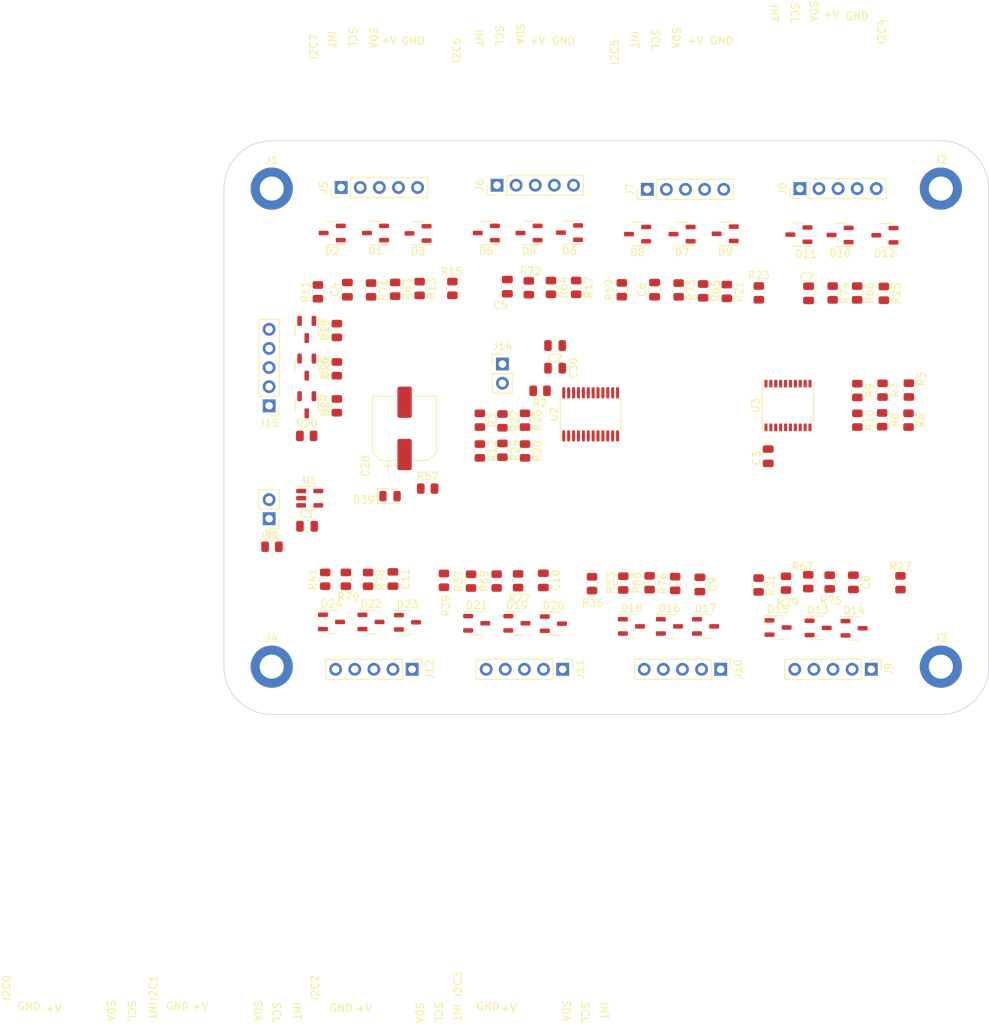
<source format=kicad_pcb>
(kicad_pcb (version 20221018) (generator pcbnew)
  (layers (0 "F.Cu" signal) (31 "B.Cu" signal) (34 "B.Paste" user) (35 "F.Paste" user) (36 "B.SilkS" user "B.Silkscreen") (37 "F.SilkS" user "F.Silkscreen") (38 "B.Mask" user) (39 "F.Mask" user) (44 "Edge.Cuts" user))
  (net 0 "")
  (net 1 "GND")
  (net 2 "+5V")
  (net 3 "/TCA9548AI2CMultiplexer/I2CConnector/VBus")
  (net 4 "/TCA9548AI2CMultiplexer/I2CConnector1/VBus")
  (net 5 "/TCA9548AI2CMultiplexer/I2CConnector2/VBus")
  (net 6 "/TCA9548AI2CMultiplexer/I2CConnector3/VBus")
  (net 7 "/TCA9548AI2CMultiplexer/I2CConnector4/VBus")
  (net 8 "/TCA9548AI2CMultiplexer/I2CConnector5/VBus")
  (net 9 "/TCA9548AI2CMultiplexer/I2CConnector6/VBus")
  (net 10 "/TCA9548AI2CMultiplexer/I2CConnector7/VBus")
  (net 11 "/TCA9548AI2CMultiplexer/I2CConnector/INT")
  (net 12 "/TCA9548AI2CMultiplexer/I2CConnector1/INT")
  (net 13 "/TCA9548AI2CMultiplexer/I2CConnector2/INT")
  (net 14 "/TCA9548AI2CMultiplexer/I2CConnector3/INT")
  (net 15 "/TCA9548AI2CMultiplexer/I2CConnector4/INT")
  (net 16 "/TCA9548AI2CMultiplexer/I2CConnector5/INT")
  (net 17 "/TCA9548AI2CMultiplexer/I2CConnector6/INT")
  (net 18 "/TCA9548AI2CMultiplexer/I2CConnector7/INT")
  (net 19 "Net-(J13-Pin_2)")
  (net 20 "Net-(J14-Pin_2)")
  (net 21 "/TCA9548AI2CMultiplexer/I2CConnector/SCL")
  (net 22 "/TCA9548AI2CMultiplexer/I2CConnector/SDA")
  (net 23 "/TCA9548AI2CMultiplexer/I2CConnector1/SCL")
  (net 24 "/TCA9548AI2CMultiplexer/I2CConnector1/SDA")
  (net 25 "/TCA9548AI2CMultiplexer/I2CConnector2/SCL")
  (net 26 "/TCA9548AI2CMultiplexer/I2CConnector2/SDA")
  (net 27 "/TCA9548AI2CMultiplexer/I2CConnector3/SCL")
  (net 28 "/TCA9548AI2CMultiplexer/I2CConnector3/SDA")
  (net 29 "/TCA9548AI2CMultiplexer/I2CConnector4/SCL")
  (net 30 "/TCA9548AI2CMultiplexer/I2CConnector4/SDA")
  (net 31 "/TCA9548AI2CMultiplexer/I2CConnector5/SCL")
  (net 32 "/TCA9548AI2CMultiplexer/I2CConnector5/SDA")
  (net 33 "/TCA9548AI2CMultiplexer/I2CConnector6/SCL")
  (net 34 "/TCA9548AI2CMultiplexer/I2CConnector6/SDA")
  (net 35 "/TCA9548AI2CMultiplexer/I2CConnector7/SCL")
  (net 36 "/TCA9548AI2CMultiplexer/I2CConnector7/SDA")
  (net 37 "Net-(U3-A0)")
  (net 38 "Net-(U3-A1)")
  (net 39 "Net-(U3-A2)")
  (net 40 "Net-(D39-A)")
  (net 45 "Net-(U1-EN)")
  (net 46 "/I2CInput/SDA")
  (net 47 "/I2CInput/SCL")
  (net 48 "/I2CInput/INT")
  (net 49 "/I2CInput/VI2C")
  (net 50 "/TCA9548AI2CMultiplexer/A0")
  (net 51 "/TCA9548AI2CMultiplexer/A1")
  (net 52 "/TCA9548AI2CMultiplexer/A2")
  (footprint "Connector_PinHeader_2.54mm:PinHeader_1x05_P2.54mm_Vertical" (layer "F.Cu") (at 163.28 56.7 90)
    (fp_text reference "J6" (at 0 -2.33 90) (layer "F.SilkS"))
    (fp_text value "I2C")
    (pad "1" thru_hole rect (at 0 0 90) (size 1.7 1.7) (drill 1) (layers "*.Cu" "*.Mask") (net 1 "GND"))
    (pad "2" thru_hole oval (at 0 2.54 90) (size 1.7 1.7) (drill 1) (layers "*.Cu" "*.Mask") (net 4 "/TCA9548AI2CMultiplexer/I2CConnector1/VBus"))
    (pad "3" thru_hole oval (at 0 5.08 90) (size 1.7 1.7) (drill 1) (layers "*.Cu" "*.Mask") (net 24 "/TCA9548AI2CMultiplexer/I2CConnector1/SDA"))
    (pad "4" thru_hole oval (at 0 7.62 90) (size 1.7 1.7) (drill 1) (layers "*.Cu" "*.Mask") (net 23 "/TCA9548AI2CMultiplexer/I2CConnector1/SCL"))
    (pad "5" thru_hole oval (at 0 10.16 90) (size 1.7 1.7) (drill 1) (layers "*.Cu" "*.Mask") (net 12 "/TCA9548AI2CMultiplexer/I2CConnector1/INT"))
  )
  (footprint "Resistor_SMD:R_0805_2012Metric" (layer "F.Cu") (at 190.6625 70.7375 -90)
    (fp_text reference "R65" (at 0 -1.65 90) (layer "F.SilkS"))
    (fp_text value "10kΩ")
    (pad "1" smd roundrect (at -0.9125 0 270) (size 1.025 1.4) (layers "F.Cu" "F.Paste" "F.Mask") (roundrect_rratio 0.243902439) (net 5 "/TCA9548AI2CMultiplexer/I2CConnector2/VBus"))
    (pad "2" smd roundrect (at 0.9125 0 270) (size 1.025 1.4) (layers "F.Cu" "F.Paste" "F.Mask") (roundrect_rratio 0.243902439) (net 25 "/TCA9548AI2CMultiplexer/I2CConnector2/SCL"))
  )
  (footprint "Capacitor_SMD:C_0805_2012Metric" (layer "F.Cu") (at 204.675 71.0625 90)
    (fp_text reference "C7" (at 2.1375 -0.25 180) (layer "F.SilkS"))
    (fp_text value "1uF")
    (pad "1" smd roundrect (at -0.95 0 90) (size 1 1.45) (layers "F.Cu" "F.Paste" "F.Mask") (net 6 "/TCA9548AI2CMultiplexer/I2CConnector3/VBus"))
    (pad "2" smd roundrect (at 0.95 0 90) (size 1 1.45) (layers "F.Cu" "F.Paste" "F.Mask") (net 1 "GND"))
  )
  (footprint "Package_TO_SOT_SMD:SOT-23-3" (layer "F.Cu") (at 210.7175 115.55)
    (fp_text reference "D14" (at 0 -2.4) (layer "F.SilkS"))
    (fp_text value "100V")
    (pad "1" smd roundrect (at -1.1375 -0.95) (size 1.325 0.6) (layers "F.Cu" "F.Paste" "F.Mask") (net 1 "GND"))
    (pad "2" smd roundrect (at -1.1375 0.95) (size 1.325 0.6) (layers "F.Cu" "F.Paste" "F.Mask") (net 2 "+5V"))
    (pad "3" smd roundrect (at 1.1375 0) (size 1.325 0.6) (layers "F.Cu" "F.Paste" "F.Mask") (net 30 "/TCA9548AI2CMultiplexer/I2CConnector4/SDA"))
  )
  (footprint "Package_TO_SOT_SMD:SOT-23-3" (layer "F.Cu") (at 161.8625 63.05 180)
    (fp_text reference "D5" (at 0 -2.4) (layer "F.SilkS"))
    (fp_text value "100V")
    (pad "1" smd roundrect (at -1.1375 -0.95 180) (size 1.325 0.6) (layers "F.Cu" "F.Paste" "F.Mask") (net 1 "GND"))
    (pad "2" smd roundrect (at -1.1375 0.95 180) (size 1.325 0.6) (layers "F.Cu" "F.Paste" "F.Mask") (net 2 "+5V"))
    (pad "3" smd roundrect (at 1.1375 0 180) (size 1.325 0.6) (layers "F.Cu" "F.Paste" "F.Mask") (net 24 "/TCA9548AI2CMultiplexer/I2CConnector1/SDA"))
  )
  (footprint "Resistor_SMD:R_0805_2012Metric" (layer "F.Cu") (at 198.03 109.8 -90)
    (fp_text reference "R31" (at 0 -1.65 90) (layer "F.SilkS"))
    (fp_text value "0Ω")
    (pad "1" smd roundrect (at -0.9125 0 270) (size 1.025 1.4) (layers "F.Cu" "F.Paste" "F.Mask") (roundrect_rratio 0.243902439) (net 8 "/TCA9548AI2CMultiplexer/I2CConnector5/VBus"))
    (pad "2" smd roundrect (at 0.9125 0 270) (size 1.025 1.4) (layers "F.Cu" "F.Paste" "F.Mask") (roundrect_rratio 0.243902439) (net 2 "+5V"))
  )
  (footprint "Resistor_SMD:R_0805_2012Metric" (layer "F.Cu") (at 146.15 109.0575 90)
    (fp_text reference "R78" (at -0.0625 1.65 90) (layer "F.SilkS"))
    (fp_text value "10kΩ")
    (pad "1" smd roundrect (at -0.9125 0 90) (size 1.025 1.4) (layers "F.Cu" "F.Paste" "F.Mask") (roundrect_rratio 0.243902439) (net 10 "/TCA9548AI2CMultiplexer/I2CConnector7/VBus"))
    (pad "2" smd roundrect (at 0.9125 0 90) (size 1.025 1.4) (layers "F.Cu" "F.Paste" "F.Mask") (roundrect_rratio 0.243902439) (net 36 "/TCA9548AI2CMultiplexer/I2CConnector7/SDA"))
  )
  (footprint "Connector_PinHeader_2.54mm:PinHeader_1x02_P2.54mm_Vertical" (layer "F.Cu") (at 164 80.46)
    (fp_text reference "J14" (at 0 -2.33) (layer "F.SilkS"))
    (fp_text value "~{RESET}")
    (pad "1" thru_hole rect (at 0 0) (size 1.7 1.7) (drill 1) (layers "*.Cu" "*.Mask") (net 1 "GND"))
    (pad "2" thru_hole oval (at 0 2.54) (size 1.7 1.7) (drill 1) (layers "*.Cu" "*.Mask") (net 20 "Net-(J14-Pin_2)"))
  )
  (footprint "Package_TO_SOT_SMD:SOT-23-3" (layer "F.Cu") (at 170.7711 114.9384)
    (fp_text reference "D20" (at 0 -2.4) (layer "F.SilkS"))
    (fp_text value "100V")
    (pad "1" smd roundrect (at -1.1375 -0.95) (size 1.325 0.6) (layers "F.Cu" "F.Paste" "F.Mask") (net 1 "GND"))
    (pad "2" smd roundrect (at -1.1375 0.95) (size 1.325 0.6) (layers "F.Cu" "F.Paste" "F.Mask") (net 2 "+5V"))
    (pad "3" smd roundrect (at 1.1375 0) (size 1.325 0.6) (layers "F.Cu" "F.Paste" "F.Mask") (net 34 "/TCA9548AI2CMultiplexer/I2CConnector6/SDA"))
  )
  (footprint "Resistor_SMD:R_0805_2012Metric" (layer "F.Cu") (at 170.45 70.275 -90)
    (fp_text reference "R64" (at 0 -1.65 90) (layer "F.SilkS"))
    (fp_text value "10kΩ")
    (pad "1" smd roundrect (at -0.9125 0 270) (size 1.025 1.4) (layers "F.Cu" "F.Paste" "F.Mask") (roundrect_rratio 0.243902439) (net 4 "/TCA9548AI2CMultiplexer/I2CConnector1/VBus"))
    (pad "2" smd roundrect (at 0.9125 0 270) (size 1.025 1.4) (layers "F.Cu" "F.Paste" "F.Mask") (roundrect_rratio 0.243902439) (net 23 "/TCA9548AI2CMultiplexer/I2CConnector1/SCL"))
  )
  (footprint "Resistor_SMD:R_0805_2012Metric" (layer "F.Cu") (at 218 83.9125 -90)
    (fp_text reference "R5" (at -1.5 -1.7 -270) (layer "F.SilkS"))
    (fp_text value "10kΩ")
    (pad "1" smd roundrect (at -0.9125 0 270) (size 1.025 1.4) (layers "F.Cu" "F.Paste" "F.Mask") (roundrect_rratio 0.243902439) (net 2 "+5V"))
    (pad "2" smd roundrect (at 0.9125 0 270) (size 1.025 1.4) (layers "F.Cu" "F.Paste" "F.Mask") (roundrect_rratio 0.243902439) (net 37 "Net-(U3-A0)"))
  )
  (footprint "Capacitor_SMD:C_0805_2012Metric" (layer "F.Cu") (at 138.05 102)
    (fp_text reference "C1" (at 0 -1.68) (layer "F.SilkS"))
    (fp_text value "1uF")
    (pad "1" smd roundrect (at -0.95 0) (size 1 1.45) (layers "F.Cu" "F.Paste" "F.Mask") (net 45 "Net-(U1-EN)"))
    (pad "2" smd roundrect (at 0.95 0) (size 1 1.45) (layers "F.Cu" "F.Paste" "F.Mask") (net 1 "GND"))
  )
  (footprint "Capacitor_SMD:C_0805_2012Metric" (layer "F.Cu") (at 190.2325 109.7325 -90)
    (fp_text reference "C9" (at 0 -1.68 90) (layer "F.SilkS"))
    (fp_text value "1uF")
    (pad "1" smd roundrect (at -0.95 0 270) (size 1 1.45) (layers "F.Cu" "F.Paste" "F.Mask") (net 8 "/TCA9548AI2CMultiplexer/I2CConnector5/VBus"))
    (pad "2" smd roundrect (at 0.95 0 270) (size 1 1.45) (layers "F.Cu" "F.Paste" "F.Mask") (net 1 "GND"))
  )
  (footprint "Resistor_SMD:R_0805_2012Metric" (layer "F.Cu") (at 169 84 180)
    (fp_text reference "R2" (at 0 -1.65) (layer "F.SilkS"))
    (fp_text value "10kΩ")
    (pad "1" smd roundrect (at -0.9125 0 180) (size 1.025 1.4) (layers "F.Cu" "F.Paste" "F.Mask") (roundrect_rratio 0.243902) (net 2 "+5V"))
    (pad "2" smd roundrect (at 0.9125 0 180) (size 1.025 1.4) (layers "F.Cu" "F.Paste" "F.Mask") (roundrect_rratio 0.243902) (net 20 "Net-(J14-Pin_2)"))
  )
  (footprint "Resistor_SMD:R_0805_2012Metric" (layer "F.Cu") (at 146.55 70.6125 -90)
    (fp_text reference "R71" (at 0 -1.65 90) (layer "F.SilkS"))
    (fp_text value "10kΩ")
    (pad "1" smd roundrect (at -0.9125 0 270) (size 1.025 1.4) (layers "F.Cu" "F.Paste" "F.Mask") (roundrect_rratio 0.243902439) (net 3 "/TCA9548AI2CMultiplexer/I2CConnector/VBus"))
    (pad "2" smd roundrect (at 0.9125 0 270) (size 1.025 1.4) (layers "F.Cu" "F.Paste" "F.Mask") (roundrect_rratio 0.243902439) (net 22 "/TCA9548AI2CMultiplexer/I2CConnector/SDA"))
  )
  (footprint "Package_TO_SOT_SMD:SOT-23-3" (layer "F.Cu") (at 152.7875 63.1 180)
    (fp_text reference "D3" (at 0 -2.4) (layer "F.SilkS"))
    (fp_text value "100V")
    (pad "1" smd roundrect (at -1.1375 -0.95 180) (size 1.325 0.6) (layers "F.Cu" "F.Paste" "F.Mask") (net 1 "GND"))
    (pad "2" smd roundrect (at -1.1375 0.95 180) (size 1.325 0.6) (layers "F.Cu" "F.Paste" "F.Mask") (net 2 "+5V"))
    (pad "3" smd roundrect (at 1.1375 0 180) (size 1.325 0.6) (layers "F.Cu" "F.Paste" "F.Mask") (net 11 "/TCA9548AI2CMultiplexer/I2CConnector/INT"))
  )
  (footprint "Resistor_SMD:R_0805_2012Metric" (layer "F.Cu") (at 175.9 109.63 -90)
    (fp_text reference "R35" (at 2.5825 -0.1 -180) (layer "F.SilkS"))
    (fp_text value "0Ω")
    (pad "1" smd roundrect (at -0.9125 0 270) (size 1.025 1.4) (layers "F.Cu" "F.Paste" "F.Mask") (roundrect_rratio 0.243902439) (net 9 "/TCA9548AI2CMultiplexer/I2CConnector6/VBus"))
    (pad "2" smd roundrect (at 0.9125 0 270) (size 1.025 1.4) (layers "F.Cu" "F.Paste" "F.Mask") (roundrect_rratio 0.243902439) (net 2 "+5V"))
  )
  (footprint "MountingHole:MountingHole_3.2mm_M3_DIN965_Pad" (layer "F.Cu") (at 133.35 57.15)
    (fp_text reference "J1" (at 0 -3.8) (layer "F.SilkS"))
    (fp_text value "M3")
    (pad "1" thru_hole circle (at 0 0) (size 5.6 5.6) (drill 3.2) (layers "*.Cu" "*.Mask") (net 1 "GND"))
  )
  (footprint "Resistor_SMD:R_0805_2012Metric" (layer "F.Cu") (at 173.8 70.275 -90)
    (fp_text reference "R17" (at 0 -1.65 90) (layer "F.SilkS"))
    (fp_text value "10kΩ")
    (pad "1" smd roundrect (at -0.9125 0 270) (size 1.025 1.4) (layers "F.Cu" "F.Paste" "F.Mask") (roundrect_rratio 0.243902439) (net 4 "/TCA9548AI2CMultiplexer/I2CConnector1/VBus"))
    (pad "2" smd roundrect (at 0.9125 0 270) (size 1.025 1.4) (layers "F.Cu" "F.Paste" "F.Mask") (roundrect_rratio 0.243902439) (net 12 "/TCA9548AI2CMultiplexer/I2CConnector1/INT"))
  )
  (footprint "Resistor_SMD:R_0805_2012Metric" (layer "F.Cu") (at 149.75 70.525 -90)
    (fp_text reference "R63" (at 0 -1.65 90) (layer "F.SilkS"))
    (fp_text value "10kΩ")
    (pad "1" smd roundrect (at -0.9125 0 270) (size 1.025 1.4) (layers "F.Cu" "F.Paste" "F.Mask") (roundrect_rratio 0.243902439) (net 3 "/TCA9548AI2CMultiplexer/I2CConnector/VBus"))
    (pad "2" smd roundrect (at 0.9125 0 270) (size 1.025 1.4) (layers "F.Cu" "F.Paste" "F.Mask") (roundrect_rratio 0.243902439) (net 21 "/TCA9548AI2CMultiplexer/I2CConnector/SCL"))
  )
  (footprint "Package_TO_SOT_SMD:SOT-23-3" (layer "F.Cu") (at 203.3875 63.2625 180)
    (fp_text reference "D11" (at -0.9375 -2.5875) (layer "F.SilkS"))
    (fp_text value "100V")
    (pad "1" smd roundrect (at -1.1375 -0.95 180) (size 1.325 0.6) (layers "F.Cu" "F.Paste" "F.Mask") (net 1 "GND"))
    (pad "2" smd roundrect (at -1.1375 0.95 180) (size 1.325 0.6) (layers "F.Cu" "F.Paste" "F.Mask") (net 2 "+5V"))
    (pad "3" smd roundrect (at 1.1375 0 180) (size 1.325 0.6) (layers "F.Cu" "F.Paste" "F.Mask") (net 28 "/TCA9548AI2CMultiplexer/I2CConnector3/SDA"))
  )
  (footprint "Package_TO_SOT_SMD:SOT-23-5" (layer "F.Cu") (at 138.4 98.27)
    (fp_text reference "U1" (at 0 -2.4) (layer "F.SilkS"))
    (fp_text value "MAX40200AUK")
    (pad "1" smd roundrect (at -1.1375 -0.95) (size 1.325 0.6) (layers "F.Cu" "F.Paste" "F.Mask") (net 19 "Net-(J13-Pin_2)"))
    (pad "2" smd roundrect (at -1.1375 0) (size 1.325 0.6) (layers "F.Cu" "F.Paste" "F.Mask") (net 1 "GND"))
    (pad "3" smd roundrect (at -1.1375 0.95) (size 1.325 0.6) (layers "F.Cu" "F.Paste" "F.Mask") (net 45 "Net-(U1-EN)"))
    (pad "4" smd roundrect (at 1.1375 0.95) (size 1.325 0.6) (layers "F.Cu" "F.Paste" "F.Mask"))
    (pad "5" smd roundrect (at 1.1375 -0.95) (size 1.325 0.6) (layers "F.Cu" "F.Paste" "F.Mask") (net 2 "+5V"))
  )
  (footprint "Resistor_SMD:R_0805_2012Metric" (layer "F.Cu") (at 198.0625 71 90)
    (fp_text reference "R23" (at 2.325 0 180) (layer "F.SilkS"))
    (fp_text value "0Ω")
    (pad "1" smd roundrect (at -0.9125 0 90) (size 1.025 1.4) (layers "F.Cu" "F.Paste" "F.Mask") (roundrect_rratio 0.243902439) (net 6 "/TCA9548AI2CMultiplexer/I2CConnector3/VBus"))
    (pad "2" smd roundrect (at 0.9125 0 90) (size 1.025 1.4) (layers "F.Cu" "F.Paste" "F.Mask") (roundrect_rratio 0.243902439) (net 2 "+5V"))
  )
  (footprint "Resistor_SMD:R_0805_2012Metric" (layer "F.Cu") (at 214.5 83.925 -90)
    (fp_text reference "R7" (at 0 -1.65 -270) (layer "F.SilkS"))
    (fp_text value "10kΩ")
    (pad "1" smd roundrect (at -0.9125 0 270) (size 1.025 1.4) (layers "F.Cu" "F.Paste" "F.Mask") (roundrect_rratio 0.243902439) (net 2 "+5V"))
    (pad "2" smd roundrect (at 0.9125 0 270) (size 1.025 1.4) (layers "F.Cu" "F.Paste" "F.Mask") (roundrect_rratio 0.243902439) (net 38 "Net-(U3-A1)"))
  )
  (footprint "Resistor_SMD:R_0805_2012Metric" (layer "F.Cu") (at 164 91.9125 -90)
    (fp_text reference "R24" (at 0 -1.65 90) (layer "F.SilkS"))
    (fp_text value "10kΩ")
    (pad "1" smd roundrect (at -0.9125 0 270) (size 1.025 1.4) (layers "F.Cu" "F.Paste" "F.Mask") (roundrect_rratio 0.243902) (net 51 "/TCA9548AI2CMultiplexer/A1"))
    (pad "2" smd roundrect (at 0.9125 0 270) (size 1.025 1.4) (layers "F.Cu" "F.Paste" "F.Mask") (roundrect_rratio 0.243902) (net 1 "GND"))
  )
  (footprint "Package_TO_SOT_SMD:SOT-23-3" (layer "F.Cu") (at 200.6175 115.45)
    (fp_text reference "D15" (at 0 -2.4) (layer "F.SilkS"))
    (fp_text value "100V")
    (pad "1" smd roundrect (at -1.1375 -0.95) (size 1.325 0.6) (layers "F.Cu" "F.Paste" "F.Mask") (net 1 "GND"))
    (pad "2" smd roundrect (at -1.1375 0.95) (size 1.325 0.6) (layers "F.Cu" "F.Paste" "F.Mask") (net 2 "+5V"))
    (pad "3" smd roundrect (at 1.1375 0) (size 1.325 0.6) (layers "F.Cu" "F.Paste" "F.Mask") (net 15 "/TCA9548AI2CMultiplexer/I2CConnector4/INT"))
  )
  (footprint "Package_TO_SOT_SMD:SOT-23-3" (layer "F.Cu") (at 172.9125 63 180)
    (fp_text reference "D6" (at 0 -2.4) (layer "F.SilkS"))
    (fp_text value "100V")
    (pad "1" smd roundrect (at -1.1375 -0.95 180) (size 1.325 0.6) (layers "F.Cu" "F.Paste" "F.Mask") (net 1 "GND"))
    (pad "2" smd roundrect (at -1.1375 0.95 180) (size 1.325 0.6) (layers "F.Cu" "F.Paste" "F.Mask") (net 2 "+5V"))
    (pad "3" smd roundrect (at 1.1375 0 180) (size 1.325 0.6) (layers "F.Cu" "F.Paste" "F.Mask") (net 12 "/TCA9548AI2CMultiplexer/I2CConnector1/INT"))
  )
  (footprint "Connector_PinHeader_2.54mm:PinHeader_1x05_P2.54mm_Vertical" (layer "F.Cu") (at 183.2425 57.25 90)
    (fp_text reference "J7" (at 0 -2.33 90) (layer "F.SilkS"))
    (fp_text value "I2C")
    (pad "1" thru_hole rect (at 0 0 90) (size 1.7 1.7) (drill 1) (layers "*.Cu" "*.Mask") (net 1 "GND"))
    (pad "2" thru_hole oval (at 0 2.54 90) (size 1.7 1.7) (drill 1) (layers "*.Cu" "*.Mask") (net 5 "/TCA9548AI2CMultiplexer/I2CConnector2/VBus"))
    (pad "3" thru_hole oval (at 0 5.08 90) (size 1.7 1.7) (drill 1) (layers "*.Cu" "*.Mask") (net 26 "/TCA9548AI2CMultiplexer/I2CConnector2/SDA"))
    (pad "4" thru_hole oval (at 0 7.62 90) (size 1.7 1.7) (drill 1) (layers "*.Cu" "*.Mask") (net 25 "/TCA9548AI2CMultiplexer/I2CConnector2/SCL"))
    (pad "5" thru_hole oval (at 0 10.16 90) (size 1.7 1.7) (drill 1) (layers "*.Cu" "*.Mask") (net 13 "/TCA9548AI2CMultiplexer/I2CConnector2/INT"))
  )
  (footprint "Resistor_SMD:R_0805_2012Metric" (layer "F.Cu") (at 167 87.9125 -90)
    (fp_text reference "R26" (at 0 -1.65 90) (layer "F.SilkS"))
    (fp_text value "10kΩ")
    (pad "1" smd roundrect (at -0.9125 0 270) (size 1.025 1.4) (layers "F.Cu" "F.Paste" "F.Mask") (roundrect_rratio 0.243902) (net 2 "+5V"))
    (pad "2" smd roundrect (at 0.9125 0 270) (size 1.025 1.4) (layers "F.Cu" "F.Paste" "F.Mask") (roundrect_rratio 0.243902) (net 52 "/TCA9548AI2CMultiplexer/A2"))
  )
  (footprint "Resistor_SMD:R_0805_2012Metric" (layer "F.Cu") (at 153 70.425 -90)
    (fp_text reference "R13" (at 0 -1.65 90) (layer "F.SilkS"))
    (fp_text value "10kΩ")
    (pad "1" smd roundrect (at -0.9125 0 270) (size 1.025 1.4) (layers "F.Cu" "F.Paste" "F.Mask") (roundrect_rratio 0.243902439) (net 3 "/TCA9548AI2CMultiplexer/I2CConnector/VBus"))
    (pad "2" smd roundrect (at 0.9125 0 270) (size 1.025 1.4) (layers "F.Cu" "F.Paste" "F.Mask") (roundrect_rratio 0.243902439) (net 11 "/TCA9548AI2CMultiplexer/I2CConnector/INT"))
  )
  (footprint "Resistor_SMD:R_0805_2012Metric" (layer "F.Cu") (at 163.2336 109.2759 90)
    (fp_text reference "R69" (at 0 -1.65 90) (layer "F.SilkS"))
    (fp_text value "10kΩ")
    (pad "1" smd roundrect (at -0.9125 0 90) (size 1.025 1.4) (layers "F.Cu" "F.Paste" "F.Mask") (roundrect_rratio 0.243902439) (net 9 "/TCA9548AI2CMultiplexer/I2CConnector6/VBus"))
    (pad "2" smd roundrect (at 0.9125 0 90) (size 1.025 1.4) (layers "F.Cu" "F.Paste" "F.Mask") (roundrect_rratio 0.243902439) (net 33 "/TCA9548AI2CMultiplexer/I2CConnector6/SCL"))
  )
  (footprint "Capacitor_SMD:C_0805_2012Metric" (layer "F.Cu") (at 199.3125 92.7 -90)
    (fp_text reference "C3" (at 0.25 1.55 90) (layer "F.SilkS"))
    (fp_text value "1uF")
    (pad "1" smd roundrect (at -0.95 0 270) (size 1 1.45) (layers "F.Cu" "F.Paste" "F.Mask") (net 2 "+5V"))
    (pad "2" smd roundrect (at 0.95 0 270) (size 1 1.45) (layers "F.Cu" "F.Paste" "F.Mask") (net 1 "GND"))
  )
  (footprint "Resistor_SMD:R_0805_2012Metric" (layer "F.Cu") (at 140.45 109.045 90)
    (fp_text reference "R41" (at 0 -1.65 90) (layer "F.SilkS"))
    (fp_text value "10kΩ")
    (pad "1" smd roundrect (at -0.9125 0 90) (size 1.025 1.4) (layers "F.Cu" "F.Paste" "F.Mask") (roundrect_rratio 0.243902439) (net 10 "/TCA9548AI2CMultiplexer/I2CConnector7/VBus"))
    (pad "2" smd roundrect (at 0.9125 0 90) (size 1.025 1.4) (layers "F.Cu" "F.Paste" "F.Mask") (roundrect_rratio 0.243902439) (net 18 "/TCA9548AI2CMultiplexer/I2CConnector7/INT"))
  )
  (footprint "Resistor_SMD:R_0805_2012Metric" (layer "F.Cu") (at 187.4125 70.6125 -90)
    (fp_text reference "R73" (at 0 -1.65 90) (layer "F.SilkS"))
    (fp_text value "10kΩ")
    (pad "1" smd roundrect (at -0.9125 0 270) (size 1.025 1.4) (layers "F.Cu" "F.Paste" "F.Mask") (roundrect_rratio 0.243902439) (net 5 "/TCA9548AI2CMultiplexer/I2CConnector2/VBus"))
    (pad "2" smd roundrect (at 0.9125 0 270) (size 1.025 1.4) (layers "F.Cu" "F.Paste" "F.Mask") (roundrect_rratio 0.243902439) (net 26 "/TCA9548AI2CMultiplexer/I2CConnector2/SDA"))
  )
  (footprint "Resistor_SMD:R_0805_2012Metric" (layer "F.Cu") (at 133.38 104.72)
    (fp_text reference "R1" (at 0 -1.65) (layer "F.SilkS"))
    (fp_text value "100kΩ")
    (pad "1" smd roundrect (at -0.9125 0) (size 1.025 1.4) (layers "F.Cu" "F.Paste" "F.Mask") (roundrect_rratio 0.243902) (net 45 "Net-(U1-EN)"))
    (pad "2" smd roundrect (at 0.9125 0) (size 1.025 1.4) (layers "F.Cu" "F.Paste" "F.Mask") (roundrect_rratio 0.243902) (net 19 "Net-(J13-Pin_2)"))
  )
  (footprint "Resistor_SMD:R_0805_2012Metric" (layer "F.Cu") (at 214.45 87.8625 -90)
    (fp_text reference "R8" (at 0 -1.65 -270) (layer "F.SilkS"))
    (fp_text value "10kΩ")
    (pad "1" smd roundrect (at -0.9125 0 270) (size 1.025 1.4) (layers "F.Cu" "F.Paste" "F.Mask") (roundrect_rratio 0.243902439) (net 38 "Net-(U3-A1)"))
    (pad "2" smd roundrect (at 0.9125 0 270) (size 1.025 1.4) (layers "F.Cu" "F.Paste" "F.Mask") (roundrect_rratio 0.243902439) (net 1 "GND"))
  )
  (footprint "Package_TO_SOT_SMD:SOT-23-3" (layer "F.Cu") (at 208.8625 63.3125 180)
    (fp_text reference "D10" (at 0 -2.4) (layer "F.SilkS"))
    (fp_text value "100V")
    (pad "1" smd roundrect (at -1.1375 -0.95 180) (size 1.325 0.6) (layers "F.Cu" "F.Paste" "F.Mask") (net 1 "GND"))
    (pad "2" smd roundrect (at -1.1375 0.95 180) (size 1.325 0.6) (layers "F.Cu" "F.Paste" "F.Mask") (net 2 "+5V"))
    (pad "3" smd roundrect (at 1.1375 0 180) (size 1.325 0.6) (layers "F.Cu" "F.Paste" "F.Mask") (net 27 "/TCA9548AI2CMultiplexer/I2CConnector3/SCL"))
  )
  (footprint "Package_TO_SOT_SMD:SOT-23-3" (layer "F.Cu") (at 214.8125 63.35 180)
    (fp_text reference "D12" (at 0 -2.4) (layer "F.SilkS"))
    (fp_text value "100V")
    (pad "1" smd roundrect (at -1.1375 -0.95 180) (size 1.325 0.6) (layers "F.Cu" "F.Paste" "F.Mask") (net 1 "GND"))
    (pad "2" smd roundrect (at -1.1375 0.95 180) (size 1.325 0.6) (layers "F.Cu" "F.Paste" "F.Mask") (net 2 "+5V"))
    (pad "3" smd roundrect (at 1.1375 0 180) (size 1.325 0.6) (layers "F.Cu" "F.Paste" "F.Mask") (net 14 "/TCA9548AI2CMultiplexer/I2CConnector3/INT"))
  )
  (footprint "Connector_PinHeader_2.54mm:PinHeader_1x02_P2.54mm_Vertical" (layer "F.Cu") (at 133 101 180)
    (fp_text reference "J13" (at 0 -2.33) (layer "F.SilkS"))
    (fp_text value "V_{IN}")
    (pad "1" thru_hole rect (at 0 0 180) (size 1.7 1.7) (drill 1) (layers "*.Cu" "*.Mask") (net 1 "GND"))
    (pad "2" thru_hole oval (at 0 2.54 180) (size 1.7 1.7) (drill 1) (layers "*.Cu" "*.Mask") (net 19 "Net-(J13-Pin_2)"))
  )
  (footprint "Package_TO_SOT_SMD:SOT-23-3" (layer "F.Cu") (at 190.9875 115.3)
    (fp_text reference "D17" (at 0 -2.4) (layer "F.SilkS"))
    (fp_text value "100V")
    (pad "1" smd roundrect (at -1.1375 -0.95) (size 1.325 0.6) (layers "F.Cu" "F.Paste" "F.Mask") (net 1 "GND"))
    (pad "2" smd roundrect (at -1.1375 0.95) (size 1.325 0.6) (layers "F.Cu" "F.Paste" "F.Mask") (net 2 "+5V"))
    (pad "3" smd roundrect (at 1.1375 0) (size 1.325 0.6) (layers "F.Cu" "F.Paste" "F.Mask") (net 32 "/TCA9548AI2CMultiplexer/I2CConnector5/SDA"))
  )
  (footprint "Capacitor_SMD:C_0805_2012Metric" (layer "F.Cu") (at 171 81 180)
    (fp_text reference "C30" (at -2.45 0 90) (layer "F.SilkS"))
    (fp_text value "1uF")
    (pad "1" smd roundrect (at -0.95 0 180) (size 1 1.45) (layers "F.Cu" "F.Paste" "F.Mask") (net 2 "+5V"))
    (pad "2" smd roundrect (at 0.95 0 180) (size 1 1.45) (layers "F.Cu" "F.Paste" "F.Mask") (net 1 "GND"))
  )
  (footprint "Capacitor_SMD:C_0805_2012Metric" (layer "F.Cu") (at 210.63 109.45 -90)
    (fp_text reference "C8" (at 0 -1.68 90) (layer "F.SilkS"))
    (fp_text value "1uF")
    (pad "1" smd roundrect (at -0.95 0 270) (size 1 1.45) (layers "F.Cu" "F.Paste" "F.Mask") (net 7 "/TCA9548AI2CMultiplexer/I2CConnector4/VBus"))
    (pad "2" smd roundrect (at 0.95 0 270) (size 1 1.45) (layers "F.Cu" "F.Paste" "F.Mask") (net 1 "GND"))
  )
  (footprint "Resistor_SMD:R_0805_2012Metric" (layer "F.Cu") (at 156.2336 109.1884 -90)
    (fp_text reference "R39" (at 3.3625 -0.25 90) (layer "F.SilkS"))
    (fp_text value "0Ω")
    (pad "1" smd roundrect (at -0.9125 0 270) (size 1.025 1.4) (layers "F.Cu" "F.Paste" "F.Mask") (roundrect_rratio 0.243902439) (net 10 "/TCA9548AI2CMultiplexer/I2CConnector7/VBus"))
    (pad "2" smd roundrect (at 0.9125 0 270) (size 1.025 1.4) (layers "F.Cu" "F.Paste" "F.Mask") (roundrect_rratio 0.243902439) (net 2 "+5V"))
  )
  (footprint "Capacitor_SMD:C_0805_2012Metric" (layer "F.Cu") (at 169.4336 109.1884 -90)
    (fp_text reference "C10" (at 0 -1.68 90) (layer "F.SilkS"))
    (fp_text value "1uF")
    (pad "1" smd roundrect (at -0.95 0 270) (size 1 1.45) (layers "F.Cu" "F.Paste" "F.Mask") (net 9 "/TCA9548AI2CMultiplexer/I2CConnector6/VBus"))
    (pad "2" smd roundrect (at 0.95 0 270) (size 1 1.45) (layers "F.Cu" "F.Paste" "F.Mask") (net 1 "GND"))
  )
  (footprint "Resistor_SMD:R_0805_2012Metric" (layer "F.Cu") (at 211.15 87.9125 -90)
    (fp_text reference "R10" (at 0 -1.65 -270) (layer "F.SilkS"))
    (fp_text value "10kΩ")
    (pad "1" smd roundrect (at -0.9125 0 270) (size 1.025 1.4) (layers "F.Cu" "F.Paste" "F.Mask") (roundrect_rratio 0.243902439) (net 39 "Net-(U3-A2)"))
    (pad "2" smd roundrect (at 0.9125 0 270) (size 1.025 1.4) (layers "F.Cu" "F.Paste" "F.Mask") (roundrect_rratio 0.243902439) (net 1 "GND"))
  )
  (footprint "Capacitor_SMD:C_0805_2012Metric" (layer "F.Cu") (at 149.45 109.0075 -90)
    (fp_text reference "C11" (at 0 -1.68 90) (layer "F.SilkS"))
    (fp_text value "1uF")
    (pad "1" smd roundrect (at -0.95 0 270) (size 1 1.45) (layers "F.Cu" "F.Paste" "F.Mask") (net 10 "/TCA9548AI2CMultiplexer/I2CConnector7/VBus"))
    (pad "2" smd roundrect (at 0.95 0 270) (size 1 1.45) (layers "F.Cu" "F.Paste" "F.Mask") (net 1 "GND"))
  )
  (footprint "Package_TO_SOT_SMD:SOT-23-3" (layer "F.Cu") (at 167.5375 63.05 180)
    (fp_text reference "D4" (at 0 -2.4) (layer "F.SilkS"))
    (fp_text value "100V")
    (pad "1" smd roundrect (at -1.1375 -0.95 180) (size 1.325 0.6) (layers "F.Cu" "F.Paste" "F.Mask") (net 1 "GND"))
    (pad "2" smd roundrect (at -1.1375 0.95 180) (size 1.325 0.6) (layers "F.Cu" "F.Paste" "F.Mask") (net 2 "+5V"))
    (pad "3" smd roundrect (at 1.1375 0 180) (size 1.325 0.6) (layers "F.Cu" "F.Paste" "F.Mask") (net 23 "/TCA9548AI2CMultiplexer/I2CConnector1/SCL"))
  )
  (footprint "Connector_PinHeader_2.54mm:PinHeader_1x05_P2.54mm_Vertical" (layer "F.Cu") (at 172 121 -90)
    (fp_text reference "J11" (at 0 -2.33 90) (layer "F.SilkS"))
    (fp_text value "I2C")
    (pad "1" thru_hole rect (at 0 0 270) (size 1.7 1.7) (drill 1) (layers "*.Cu" "*.Mask") (net 1 "GND"))
    (pad "2" thru_hole oval (at 0 2.54 270) (size 1.7 1.7) (drill 1) (layers "*.Cu" "*.Mask") (net 9 "/TCA9548AI2CMultiplexer/I2CConnector6/VBus"))
    (pad "3" thru_hole oval (at 0 5.08 270) (size 1.7 1.7) (drill 1) (layers "*.Cu" "*.Mask") (net 34 "/TCA9548AI2CMultiplexer/I2CConnector6/SDA"))
    (pad "4" thru_hole oval (at 0 7.62 270) (size 1.7 1.7) (drill 1) (layers "*.Cu" "*.Mask") (net 33 "/TCA9548AI2CMultiplexer/I2CConnector6/SCL"))
    (pad "5" thru_hole oval (at 0 10.16 270) (size 1.7 1.7) (drill 1) (layers "*.Cu" "*.Mask") (net 17 "/TCA9548AI2CMultiplexer/I2CConnector6/INT"))
  )
  (footprint "Resistor_SMD:R_0805_2012Metric" (layer "F.Cu") (at 139.48 70.8625 90)
    (fp_text reference "R11" (at 0 -1.65 90) (layer "F.SilkS"))
    (fp_text value "0Ω")
    (pad "1" smd roundrect (at -0.9125 0 90) (size 1.025 1.4) (layers "F.Cu" "F.Paste" "F.Mask") (roundrect_rratio 0.243902439) (net 3 "/TCA9548AI2CMultiplexer/I2CConnector/VBus"))
    (pad "2" smd roundrect (at 0.9125 0 90) (size 1.025 1.4) (layers "F.Cu" "F.Paste" "F.Mask") (roundrect_rratio 0.243902439) (net 2 "+5V"))
  )
  (footprint "MountingHole:MountingHole_3.2mm_M3_DIN965_Pad" (layer "F.Cu") (at 222.25 120.65)
    (fp_text reference "J3" (at 0 -3.8) (layer "F.SilkS"))
    (fp_text value "M3")
    (pad "1" thru_hole circle (at 0 0) (size 5.6 5.6) (drill 3.2) (layers "*.Cu" "*.Mask") (net 1 "GND"))
  )
  (footprint "Connector_PinHeader_2.54mm:PinHeader_1x05_P2.54mm_Vertical" (layer "F.Cu") (at 152 121 -90)
    (fp_text reference "J12" (at 0 -2.33 90) (layer "F.SilkS"))
    (fp_text value "I2C")
    (pad "1" thru_hole rect (at 0 0 270) (size 1.7 1.7) (drill 1) (layers "*.Cu" "*.Mask") (net 1 "GND"))
    (pad "2" thru_hole oval (at 0 2.54 270) (size 1.7 1.7) (drill 1) (layers "*.Cu" "*.Mask") (net 10 "/TCA9548AI2CMultiplexer/I2CConnector7/VBus"))
    (pad "3" thru_hole oval (at 0 5.08 270) (size 1.7 1.7) (drill 1) (layers "*.Cu" "*.Mask") (net 36 "/TCA9548AI2CMultiplexer/I2CConnector7/SDA"))
    (pad "4" thru_hole oval (at 0 7.62 270) (size 1.7 1.7) (drill 1) (layers "*.Cu" "*.Mask") (net 35 "/TCA9548AI2CMultiplexer/I2CConnector7/SCL"))
    (pad "5" thru_hole oval (at 0 10.16 270) (size 1.7 1.7) (drill 1) (layers "*.Cu" "*.Mask") (net 18 "/TCA9548AI2CMultiplexer/I2CConnector7/INT"))
  )
  (footprint "Resistor_SMD:R_0805_2012Metric" (layer "F.Cu") (at 161 92 -90)
    (fp_text reference "R12" (at 0 -1.65 90) (layer "F.SilkS"))
    (fp_text value "10kΩ")
    (pad "1" smd roundrect (at -0.9125 0 270) (size 1.025 1.4) (layers "F.Cu" "F.Paste" "F.Mask") (roundrect_rratio 0.243902) (net 50 "/TCA9548AI2CMultiplexer/A0"))
    (pad "2" smd roundrect (at 0.9125 0 270) (size 1.025 1.4) (layers "F.Cu" "F.Paste" "F.Mask") (roundrect_rratio 0.243902) (net 1 "GND"))
  )
  (footprint "Resistor_SMD:R_0805_2012Metric" (layer "F.Cu") (at 211.15 83.975 -90)
    (fp_text reference "R9" (at 0 -1.65 -270) (layer "F.SilkS"))
    (fp_text value "10kΩ")
    (pad "1" smd roundrect (at -0.9125 0 270) (size 1.025 1.4) (layers "F.Cu" "F.Paste" "F.Mask") (roundrect_rratio 0.243902439) (net 2 "+5V"))
    (pad "2" smd roundrect (at 0.9125 0 270) (size 1.025 1.4) (layers "F.Cu" "F.Paste" "F.Mask") (roundrect_rratio 0.243902439) (net 39 "Net-(U3-A2)"))
  )
  (footprint "Capacitor_SMD:C_0805_2012Metric" (layer "F.Cu") (at 143.4 70.575 90)
    (fp_text reference "C4" (at 0 -1.68 90) (layer "F.SilkS"))
    (fp_text value "1uF")
    (pad "1" smd roundrect (at -0.95 0 90) (size 1 1.45) (layers "F.Cu" "F.Paste" "F.Mask") (net 3 "/TCA9548AI2CMultiplexer/I2CConnector/VBus"))
    (pad "2" smd roundrect (at 0.95 0 90) (size 1 1.45) (layers "F.Cu" "F.Paste" "F.Mask") (net 1 "GND"))
  )
  (footprint "Package_TO_SOT_SMD:SOT-23-3" (layer "F.Cu") (at 146.5375 114.7075)
    (fp_text reference "D22" (at 0 -2.4) (layer "F.SilkS"))
    (fp_text value "100V")
    (pad "1" smd roundrect (at -1.1375 -0.95) (size 1.325 0.6) (layers "F.Cu" "F.Paste" "F.Mask") (net 1 "GND"))
    (pad "2" smd roundrect (at -1.1375 0.95) (size 1.325 0.6) (layers "F.Cu" "F.Paste" "F.Mask") (net 2 "+5V"))
    (pad "3" smd roundrect (at 1.1375 0) (size 1.325 0.6) (layers "F.Cu" "F.Paste" "F.Mask") (net 35 "/TCA9548AI2CMultiplexer/I2CConnector7/SCL"))
  )
  (footprint "Resistor_SMD:R_0805_2012Metric" (layer "F.Cu") (at 142 81.0875 90)
    (fp_text reference "R16" (at 0 -1.65 90) (layer "F.SilkS"))
    (fp_text value "10kΩ")
    (pad "1" smd roundrect (at -0.9125 0 90) (size 1.025 1.4) (layers "F.Cu" "F.Paste" "F.Mask") (roundrect_rratio 0.243902) (net 46 "/I2CInput/SDA"))
    (pad "2" smd roundrect (at 0.9125 0 90) (size 1.025 1.4) (layers "F.Cu" "F.Paste" "F.Mask") (roundrect_rratio 0.243902) (net 49 "/I2CInput/VI2C"))
  )
  (footprint "Resistor_SMD:R_0805_2012Metric" (layer "F.Cu") (at 164 88 -90)
    (fp_text reference "R22" (at 0 -1.65 90) (layer "F.SilkS"))
    (fp_text value "10kΩ")
    (pad "1" smd roundrect (at -0.9125 0 270) (size 1.025 1.4) (layers "F.Cu" "F.Paste" "F.Mask") (roundrect_rratio 0.243902) (net 2 "+5V"))
    (pad "2" smd roundrect (at 0.9125 0 270) (size 1.025 1.4) (layers "F.Cu" "F.Paste" "F.Mask") (roundrect_rratio 0.243902) (net 51 "/TCA9548AI2CMultiplexer/A1"))
  )
  (footprint "Package_TO_SOT_SMD:SOT-23-3" (layer "F.Cu") (at 181.95 63.2 180)
    (fp_text reference "D8" (at 0 -2.4) (layer "F.SilkS"))
    (fp_text value "100V")
    (pad "1" smd roundrect (at -1.1375 -0.95 180) (size 1.325 0.6) (layers "F.Cu" "F.Paste" "F.Mask") (net 1 "GND"))
    (pad "2" smd roundrect (at -1.1375 0.95 180) (size 1.325 0.6) (layers "F.Cu" "F.Paste" "F.Mask") (net 2 "+5V"))
    (pad "3" smd roundrect (at 1.1375 0 180) (size 1.325 0.6) (layers "F.Cu" "F.Paste" "F.Mask") (net 26 "/TCA9548AI2CMultiplexer/I2CConnector2/SDA"))
  )
  (footprint "Package_TO_SOT_SMD:SOT-23-3" (layer "F.Cu") (at 187.8625 63.2 180)
    (fp_text reference "D7" (at 0 -2.4) (layer "F.SilkS"))
    (fp_text value "100V")
    (pad "1" smd roundrect (at -1.1375 -0.95 180) (size 1.325 0.6) (layers "F.Cu" "F.Paste" "F.Mask") (net 1 "GND"))
    (pad "2" smd roundrect (at -1.1375 0.95 180) (size 1.325 0.6) (layers "F.Cu" "F.Paste" "F.Mask") (net 2 "+5V"))
    (pad "3" smd roundrect (at 1.1375 0 180) (size 1.325 0.6) (layers "F.Cu" "F.Paste" "F.Mask") (net 25 "/TCA9548AI2CMultiplexer/I2CConnector2/SCL"))
  )
  (footprint "Resistor_SMD:R_0805_2012Metric" (layer "F.Cu") (at 211.125 71.0125 -90)
    (fp_text reference "R66" (at 0 -1.65 90) (layer "F.SilkS"))
    (fp_text value "10kΩ")
    (pad "1" smd roundrect (at -0.9125 0 270) (size 1.025 1.4) (layers "F.Cu" "F.Paste" "F.Mask") (roundrect_rratio 0.243902439) (net 6 "/TCA9548AI2CMultiplexer/I2CConnector3/VBus"))
    (pad "2" smd roundrect (at 0.9125 0 270) (size 1.025 1.4) (layers "F.Cu" "F.Paste" "F.Mask") (roundrect_rratio 0.243902439) (net 27 "/TCA9548AI2CMultiplexer/I2CConnector3/SCL"))
  )
  (footprint "Capacitor_SMD:C_0805_2012Metric" (layer "F.Cu") (at 171 78 180)
    (fp_text reference "C2" (at 0 -1.68) (layer "F.SilkS"))
    (fp_text value "1uF")
    (pad "1" smd roundrect (at -0.95 0 180) (size 1 1.45) (layers "F.Cu" "F.Paste" "F.Mask") (net 2 "+5V"))
    (pad "2" smd roundrect (at 0.95 0 180) (size 1 1.45) (layers "F.Cu" "F.Paste" "F.Mask") (net 1 "GND"))
  )
  (footprint "Package_TO_SOT_SMD:SOT-23-3" (layer "F.Cu") (at 186.1875 115.3)
    (fp_text reference "D16" (at 0 -2.4) (layer "F.SilkS"))
    (fp_text value "100V")
    (pad "1" smd roundrect (at -1.1375 -0.95) (size 1.325 0.6) (layers "F.Cu" "F.Paste" "F.Mask") (net 1 "GND"))
    (pad "2" smd roundrect (at -1.1375 0.95) (size 1.325 0.6) (layers "F.Cu" "F.Paste" "F.Mask") (net 2 "+5V"))
    (pad "3" smd roundrect (at 1.1375 0) (size 1.325 0.6) (layers "F.Cu" "F.Paste" "F.Mask") (net 31 "/TCA9548AI2CMultiplexer/I2CConnector5/SCL"))
  )
  (footprint "Resistor_SMD:R_0805_2012Metric" (layer "F.Cu") (at 143.2 109.045 90)
    (fp_text reference "R70" (at -2.325 0.35 180) (layer "F.SilkS"))
    (fp_text value "10kΩ")
    (pad "1" smd roundrect (at -0.9125 0 90) (size 1.025 1.4) (layers "F.Cu" "F.Paste" "F.Mask") (roundrect_rratio 0.243902439) (net 10 "/TCA9548AI2CMultiplexer/I2CConnector7/VBus"))
    (pad "2" smd roundrect (at 0.9125 0 90) (size 1.025 1.4) (layers "F.Cu" "F.Paste" "F.Mask") (roundrect_rratio 0.243902439) (net 35 "/TCA9548AI2CMultiplexer/I2CConnector7/SCL"))
  )
  (footprint "Package_SO:TSSOP-24_4.4x7.8mm_P0.65mm" (layer "F.Cu") (at 175.725 87.1375 90)
    (fp_text reference "U2" (at 0 -4.85 90) (layer "F.SilkS"))
    (fp_text value "TCA9548APWR")
    (pad "1" smd roundrect (at -2.8625 -3.575 90) (size 1.475 0.4) (layers "F.Cu" "F.Paste" "F.Mask") (net 50 "/TCA9548AI2CMultiplexer/A0"))
    (pad "2" smd roundrect (at -2.8625 -2.925 90) (size 1.475 0.4) (layers "F.Cu" "F.Paste" "F.Mask") (net 51 "/TCA9548AI2CMultiplexer/A1"))
    (pad "3" smd roundrect (at -2.8625 -2.275 90) (size 1.475 0.4) (layers "F.Cu" "F.Paste" "F.Mask") (net 20 "Net-(J14-Pin_2)"))
    (pad "4" smd roundrect (at -2.8625 -1.625 90) (size 1.475 0.4) (layers "F.Cu" "F.Paste" "F.Mask") (net 22 "/TCA9548AI2CMultiplexer/I2CConnector/SDA"))
    (pad "5" smd roundrect (at -2.8625 -0.975 90) (size 1.475 0.4) (layers "F.Cu" "F.Paste" "F.Mask") (net 21 "/TCA9548AI2CMultiplexer/I2CConnector/SCL"))
    (pad "6" smd roundrect (at -2.8625 -0.325 90) (size 1.475 0.4) (layers "F.Cu" "F.Paste" "F.Mask") (net 24 "/TCA9548AI2CMultiplexer/I2CConnector1/SDA"))
    (pad "7" smd roundrect (at -2.8625 0.325 90) (size 1.475 0.4) (layers "F.Cu" "F.Paste" "F.Mask") (net 23 "/TCA9548AI2CMultiplexer/I2CConnector1/SCL"))
    (pad "8" smd roundrect (at -2.8625 0.975 90) (size 1.475 0.4) (layers "F.Cu" "F.Paste" "F.Mask") (net 26 "/TCA9548AI2CMultiplexer/I2CConnector2/SDA"))
    (pad "9" smd roundrect (at -2.8625 1.625 90) (size 1.475 0.4) (layers "F.Cu" "F.Paste" "F.Mask") (net 25 "/TCA9548AI2CMultiplexer/I2CConnector2/SCL"))
    (pad "10" smd roundrect (at -2.8625 2.275 90) (size 1.475 0.4) (layers "F.Cu" "F.Paste" "F.Mask") (net 28 "/TCA9548AI2CMultiplexer/I2CConnector3/SDA"))
    (pad "11" smd roundrect (at -2.8625 2.925 90) (size 1.475 0.4) (layers "F.Cu" "F.Paste" "F.Mask") (net 27 "/TCA9548AI2CMultiplexer/I2CConnector3/SCL"))
    (pad "12" smd roundrect (at -2.8625 3.575 90) (size 1.475 0.4) (layers "F.Cu" "F.Paste" "F.Mask") (net 1 "GND"))
    (pad "13" smd roundrect (at 2.8625 3.575 90) (size 1.475 0.4) (layers "F.Cu" "F.Paste" "F.Mask") (net 30 "/TCA9548AI2CMultiplexer/I2CConnector4/SDA"))
    (pad "14" smd roundrect (at 2.8625 2.925 90) (size 1.475 0.4) (layers "F.Cu" "F.Paste" "F.Mask") (net 29 "/TCA9548AI2CMultiplexer/I2CConnector4/SCL"))
    (pad "15" smd roundrect (at 2.8625 2.275 90) (size 1.475 0.4) (layers "F.Cu" "F.Paste" "F.Mask") (net 32 "/TCA9548AI2CMultiplexer/I2CConnector5/SDA"))
    (pad "16" smd roundrect (at 2.8625 1.625 90) (size 1.475 0.4) (layers "F.Cu" "F.Paste" "F.Mask") (net 31 "/TCA9548AI2CMultiplexer/I2CConnector5/SCL"))
    (pad "17" smd roundrect (at 2.8625 0.975 90) (size 1.475 0.4) (layers "F.Cu" "F.Paste" "F.Mask") (net 34 "/TCA9548AI2CMultiplexer/I2CConnector6/SDA"))
    (pad "18" smd roundrect (at 2.8625 0.325 90) (size 1.475 0.4) (layers "F.Cu" "F.Paste" "F.Mask") (net 33 "/TCA9548AI2CMultiplexer/I2CConnector6/SCL"))
    (pad "19" smd roundrect (at 2.8625 -0.325 90) (size 1.475 0.4) (layers "F.Cu" "F.Paste" "F.Mask") (net 36 "/TCA9548AI2CMultiplexer/I2CConnector7/SDA"))
    (pad "20" smd roundrect (at 2.8625 -0.975 90) (size 1.475 0.4) (layers "F.Cu" "F.Paste" "F.Mask") (net 35 "/TCA9548AI2CMultiplexer/I2CConnector7/SCL"))
    (pad "21" smd roundrect (at 2.8625 -1.625 90) (size 1.475 0.4) (layers "F.Cu" "F.Paste" "F.Mask") (net 52 "/TCA9548AI2CMultiplexer/A2"))
    (pad "22" smd roundrect (at 2.8625 -2.275 90) (size 1.475 0.4) (layers "F.Cu" "F.Paste" "F.Mask") (net 47 "/I2CInput/SCL"))
    (pad "23" smd roundrect (at 2.8625 -2.925 90) (size 1.475 0.4) (layers "F.Cu" "F.Paste" "F.Mask") (net 46 "/I2CInput/SDA"))
    (pad "24" smd roundrect (at 2.8625 -3.575 90) (size 1.475 0.4) (layers "F.Cu" "F.Paste" "F.Mask") (net 2 "+5V"))
  )
  (footprint "Resistor_SMD:R_0805_2012Metric" (layer "F.Cu") (at 167 92 -90)
    (fp_text reference "R28" (at 0 -1.65 90) (layer "F.SilkS"))
    (fp_text value "10kΩ")
    (pad "1" smd roundrect (at -0.9125 0 270) (size 1.025 1.4) (layers "F.Cu" "F.Paste" "F.Mask") (roundrect_rratio 0.243902) (net 52 "/TCA9548AI2CMultiplexer/A2"))
    (pad "2" smd roundrect (at 0.9125 0 270) (size 1.025 1.4) (layers "F.Cu" "F.Paste" "F.Mask") (roundrect_rratio 0.243902) (net 1 "GND"))
  )
  (footprint "Package_TO_SOT_SMD:SOT-23-3" (layer "F.Cu") (at 141.2875 114.7075)
    (fp_text reference "D24" (at 0 -2.4) (layer "F.SilkS"))
    (fp_text value "100V")
    (pad "1" smd roundrect (at -1.1375 -0.95) (size 1.325 0.6) (layers "F.Cu" "F.Paste" "F.Mask") (net 1 "GND"))
    (pad "2" smd roundrect (at -1.1375 0.95) (size 1.325 0.6) (layers "F.Cu" "F.Paste" "F.Mask") (net 2 "+5V"))
    (pad "3" smd roundrect (at 1.1375 0) (size 1.325 0.6) (layers "F.Cu" "F.Paste" "F.Mask") (net 18 "/TCA9548AI2CMultiplexer/I2CConnector7/INT"))
  )
  (footprint "Resistor_SMD:R_0805_2012Metric" (layer "F.Cu") (at 201.68 109.5625 90)
    (fp_text reference "R29" (at -2.55 0.2 180) (layer "F.SilkS"))
    (fp_text value "10kΩ")
    (pad "1" smd roundrect (at -0.9125 0 90) (size 1.025 1.4) (layers "F.Cu" "F.Paste" "F.Mask") (roundrect_rratio 0.243902439) (net 7 "/TCA9548AI2CMultiplexer/I2CConnector4/VBus"))
    (pad "2" smd roundrect (at 0.9125 0 90) (size 1.025 1.4) (layers "F.Cu" "F.Paste" "F.Mask") (roundrect_rratio 0.243902439) (net 15 "/TCA9548AI2CMultiplexer/I2CConnector4/INT"))
  )
  (footprint "Connector_PinHeader_2.54mm:PinHeader_1x05_P2.54mm_Vertical" (layer "F.Cu") (at 133 86 180)
    (fp_text reference "J15" (at 0 -2.33) (layer "F.SilkS"))
    (fp_text value "I2C")
    (pad "1" thru_hole rect (at 0 0 180) (size 1.7 1.7) (drill 1) (layers "*.Cu" "*.Mask") (net 1 "GND"))
    (pad "2" thru_hole oval (at 0 2.54 180) (size 1.7 1.7) (drill 1) (layers "*.Cu" "*.Mask") (net 49 "/I2CInput/VI2C"))
    (pad "3" thru_hole oval (at 0 5.08 180) (size 1.7 1.7) (drill 1) (layers "*.Cu" "*.Mask") (net 46 "/I2CInput/SDA"))
    (pad "4" thru_hole oval (at 0 7.62 180) (size 1.7 1.7) (drill 1) (layers "*.Cu" "*.Mask") (net 47 "/I2CInput/SCL"))
    (pad "5" thru_hole oval (at 0 10.16 180) (size 1.7 1.7) (drill 1) (layers "*.Cu" "*.Mask") (net 48 "/I2CInput/INT"))
  )
  (footprint "Resistor_SMD:R_0805_2012Metric" (layer "F.Cu") (at 142 76 90)
    (fp_text reference "R18" (at 0 -1.65 90) (layer "F.SilkS"))
    (fp_text value "10kΩ")
    (pad "1" smd roundrect (at -0.9125 0 90) (size 1.025 1.4) (layers "F.Cu" "F.Paste" "F.Mask") (roundrect_rratio 0.243902) (net 48 "/I2CInput/INT"))
    (pad "2" smd roundrect (at 0.9125 0 90) (size 1.025 1.4) (layers "F.Cu" "F.Paste" "F.Mask") (roundrect_rratio 0.243902) (net 49 "/I2CInput/VI2C"))
  )
  (footprint "Resistor_SMD:R_0805_2012Metric" (layer "F.Cu") (at 166.0836 109.2384 90)
    (fp_text reference "R77" (at -2.3125 0.15 180) (layer "F.SilkS"))
    (fp_text value "10kΩ")
    (pad "1" smd roundrect (at -0.9125 0 90) (size 1.025 1.4) (layers "F.Cu" "F.Paste" "F.Mask") (roundrect_rratio 0.243902439) (net 9 "/TCA9548AI2CMultiplexer/I2CConnector6/VBus"))
    (pad "2" smd roundrect (at 0.9125 0 90) (size 1.025 1.4) (layers "F.Cu" "F.Paste" "F.Mask") (roundrect_rratio 0.243902439) (net 34 "/TCA9548AI2CMultiplexer/I2CConnector6/SDA"))
  )
  (footprint "Package_TO_SOT_SMD:SOT-23-3" (layer "F.Cu") (at 138 85.8625 -90)
    (fp_text reference "D27" (at 0 -2.4 90) (layer "F.SilkS"))
    (fp_text value "100V")
    (pad "1" smd roundrect (at -1.1375 -0.95 270) (size 1.325 0.6) (layers "F.Cu" "F.Paste" "F.Mask") (net 1 "GND"))
    (pad "2" smd roundrect (at -1.1375 0.95 270) (size 1.325 0.6) (layers "F.Cu" "F.Paste" "F.Mask") (net 2 "+5V"))
    (pad "3" smd roundrect (at 1.1375 0 270) (size 1.325 0.6) (layers "F.Cu" "F.Paste" "F.Mask") (net 47 "/I2CInput/SCL"))
  )
  (footprint "Package_TO_SOT_SMD:SOT-23-3" (layer "F.Cu") (at 138 75.8625 -90)
    (fp_text reference "D28" (at 0 -2.4 90) (layer "F.SilkS"))
    (fp_text value "100V")
    (pad "1" smd roundrect (at -1.1375 -0.95 270) (size 1.325 0.6) (layers "F.Cu" "F.Paste" "F.Mask") (net 1 "GND"))
    (pad "2" smd roundrect (at -1.1375 0.95 270) (size 1.325 0.6) (layers "F.Cu" "F.Paste" "F.Mask") (net 2 "+5V"))
    (pad "3" smd roundrect (at 1.1375 0 270) (size 1.325 0.6) (layers "F.Cu" "F.Paste" "F.Mask") (net 48 "/I2CInput/INT"))
  )
  (footprint "Resistor_SMD:R_0805_2012Metric" (layer "F.Cu") (at 161 87.9125 -90)
    (fp_text reference "R3" (at 0 -1.65 90) (layer "F.SilkS"))
    (fp_text value "10kΩ")
    (pad "1" smd roundrect (at -0.9125 0 270) (size 1.025 1.4) (layers "F.Cu" "F.Paste" "F.Mask") (roundrect_rratio 0.243902) (net 2 "+5V"))
    (pad "2" smd roundrect (at 0.9125 0 270) (size 1.025 1.4) (layers "F.Cu" "F.Paste" "F.Mask") (roundrect_rratio 0.243902) (net 50 "/TCA9548AI2CMultiplexer/A0"))
  )
  (footprint "Resistor_SMD:R_0805_2012Metric" (layer "F.Cu") (at 179.8575 70.5875 90)
    (fp_text reference "R19" (at 0 -1.65 90) (layer "F.SilkS"))
    (fp_text value "0Ω")
    (pad "1" smd roundrect (at -0.9125 0 90) (size 1.025 1.4) (layers "F.Cu" "F.Paste" "F.Mask") (roundrect_rratio 0.243902439) (net 5 "/TCA9548AI2CMultiplexer/I2CConnector2/VBus"))
    (pad "2" smd roundrect (at 0.9125 0 90) (size 1.025 1.4) (layers "F.Cu" "F.Paste" "F.Mask") (roundrect_rratio 0.243902439) (net 2 "+5V"))
  )
  (footprint "Package_TO_SOT_SMD:SOT-23-3" (layer "F.Cu") (at 138 80.8625 -90)
    (fp_text reference "D26" (at 0 -2.4 90) (layer "F.SilkS"))
    (fp_text value "100V")
    (pad "1" smd roundrect (at -1.1375 -0.95 270) (size 1.325 0.6) (layers "F.Cu" "F.Paste" "F.Mask") (net 1 "GND"))
    (pad "2" smd roundrect (at -1.1375 0.95 270) (size 1.325 0.6) (layers "F.Cu" "F.Paste" "F.Mask") (net 2 "+5V"))
    (pad "3" smd roundrect (at 1.1375 0 270) (size 1.325 0.6) (layers "F.Cu" "F.Paste" "F.Mask") (net 46 "/I2CInput/SDA"))
  )
  (footprint "Package_TO_SOT_SMD:SOT-23-3" (layer "F.Cu") (at 205.9425 115.5)
    (fp_text reference "D13" (at 0 -2.4) (layer "F.SilkS"))
    (fp_text value "100V")
    (pad "1" smd roundrect (at -1.1375 -0.95) (size 1.325 0.6) (layers "F.Cu" "F.Paste" "F.Mask") (net 1 "GND"))
    (pad "2" smd roundrect (at -1.1375 0.95) (size 1.325 0.6) (layers "F.Cu" "F.Paste" "F.Mask") (net 2 "+5V"))
    (pad "3" smd roundrect (at 1.1375 0) (size 1.325 0.6) (layers "F.Cu" "F.Paste" "F.Mask") (net 29 "/TCA9548AI2CMultiplexer/I2CConnector4/SCL"))
  )
  (footprint "Resistor_SMD:R_0805_2012Metric" (layer "F.Cu") (at 167.5 70.325 -90)
    (fp_text reference "R72" (at -2.2 -0.25 -180) (layer "F.SilkS"))
    (fp_text value "10kΩ")
    (pad "1" smd roundrect (at -0.9125 0 270) (size 1.025 1.4) (layers "F.Cu" "F.Paste" "F.Mask") (roundrect_rratio 0.243902439) (net 4 "/TCA9548AI2CMultiplexer/I2CConnector1/VBus"))
    (pad "2" smd roundrect (at 0.9125 0 270) (size 1.025 1.4) (layers "F.Cu" "F.Paste" "F.Mask") (roundrect_rratio 0.243902439) (net 24 "/TCA9548AI2CMultiplexer/I2CConnector1/SDA"))
  )
  (footprint "Resistor_SMD:R_0805_2012Metric" (layer "F.Cu") (at 157.35 70.4125 90)
    (fp_text reference "R15" (at 2.2375 -0.1 180) (layer "F.SilkS"))
    (fp_text value "0Ω")
    (pad "1" smd roundrect (at -0.9125 0 90) (size 1.025 1.4) (layers "F.Cu" "F.Paste" "F.Mask") (roundrect_rratio 0.243902439) (net 4 "/TCA9548AI2CMultiplexer/I2CConnector1/VBus"))
    (pad "2" smd roundrect (at 0.9125 0 90) (size 1.025 1.4) (layers "F.Cu" "F.Paste" "F.Mask") (roundrect_rratio 0.243902439) (net 2 "+5V"))
  )
  (footprint "Resistor_SMD:R_0805_2012Metric" (layer "F.Cu") (at 159.8336 109.2884 90)
    (fp_text reference "R37" (at 0 -1.65 90) (layer "F.SilkS"))
    (fp_text value "10kΩ")
    (pad "1" smd roundrect (at -0.9125 0 90) (size 1.025 1.4) (layers "F.Cu" "F.Paste" "F.Mask") (roundrect_rratio 0.243902439) (net 9 "/TCA9548AI2CMultiplexer/I2CConnector6/VBus"))
    (pad "2" smd roundrect (at 0.9125 0 90) (size 1.025 1.4) (layers "F.Cu" "F.Paste" "F.Mask") (roundrect_rratio 0.243902439) (net 17 "/TCA9548AI2CMultiplexer/I2CConnector6/INT"))
  )
  (footprint "Resistor_SMD:R_0805_2012Metric" (layer "F.Cu") (at 142 86 90)
    (fp_text reference "R14" (at 0 -1.65 90) (layer "F.SilkS"))
    (fp_text value "10kΩ")
    (pad "1" smd roundrect (at -0.9125 0 90) (size 1.025 1.4) (layers "F.Cu" "F.Paste" "F.Mask") (roundrect_rratio 0.243902) (net 47 "/I2CInput/SCL"))
    (pad "2" smd roundrect (at 0.9125 0 90) (size 1.025 1.4) (layers "F.Cu" "F.Paste" "F.Mask") (roundrect_rratio 0.243902) (net 49 "/I2CInput/VI2C"))
  )
  (footprint "Resistor_SMD:R_0805_2012Metric" (layer "F.Cu") (at 183.55 109.5 90)
    (fp_text reference "R68" (at 0 -1.65 90) (layer "F.SilkS"))
    (fp_text value "10kΩ")
    (pad "1" smd roundrect (at -0.9125 0 90) (size 1.025 1.4) (layers "F.Cu" "F.Paste" "F.Mask") (roundrect_rratio 0.243902439) (net 8 "/TCA9548AI2CMultiplexer/I2CConnector5/VBus"))
    (pad "2" smd roundrect (at 0.9125 0 90) (size 1.025 1.4) (layers "F.Cu" "F.Paste" "F.Mask") (roundrect_rratio 0.243902439) (net 31 "/TCA9548AI2CMultiplexer/I2CConnector5/SCL"))
  )
  (footprint "Package_TO_SOT_SMD:SOT-23-3" (layer "F.Cu") (at 147.1375 63.05 180)
    (fp_text reference "D1" (at 0 -2.4) (layer "F.SilkS"))
    (fp_text value "100V")
    (pad "1" smd roundrect (at -1.1375 -0.95 180) (size 1.325 0.6) (layers "F.Cu" "F.Paste" "F.Mask") (net 1 "GND"))
    (pad "2" smd roundrect (at -1.1375 0.95 180) (size 1.325 0.6) (layers "F.Cu" "F.Paste" "F.Mask") (net 2 "+5V"))
    (pad "3" smd roundrect (at 1.1375 0 180) (size 1.325 0.6) (layers "F.Cu" "F.Paste" "F.Mask") (net 21 "/TCA9548AI2CMultiplexer/I2CConnector/SCL"))
  )
  (footprint "Package_TO_SOT_SMD:SOT-23-3" (layer "F.Cu") (at 165.9211 114.8884)
    (fp_text reference "D19" (at 0 -2.4) (layer "F.SilkS"))
    (fp_text value "100V")
    (pad "1" smd roundrect (at -1.1375 -0.95) (size 1.325 0.6) (layers "F.Cu" "F.Paste" "F.Mask") (net 1 "GND"))
    (pad "2" smd roundrect (at -1.1375 0.95) (size 1.325 0.6) (layers "F.Cu" "F.Paste" "F.Mask") (net 2 "+5V"))
    (pad "3" smd roundrect (at 1.1375 0) (size 1.325 0.6) (layers "F.Cu" "F.Paste" "F.Mask") (net 33 "/TCA9548AI2CMultiplexer/I2CConnector6/SCL"))
  )
  (footprint "MountingHole:MountingHole_3.2mm_M3_DIN965_Pad" (layer "F.Cu") (at 133.35 120.65)
    (fp_text reference "J4" (at 0 -3.8) (layer "F.SilkS"))
    (fp_text value "M3")
    (pad "1" thru_hole circle (at 0 0) (size 5.6 5.6) (drill 3.2) (layers "*.Cu" "*.Mask") (net 1 "GND"))
  )
  (footprint "LED_SMD:LED_0805_2012Metric" (layer "F.Cu") (at 149.0625 98)
    (fp_text reference "D39" (at -3.5 0.5) (layer "F.SilkS"))
    (fp_text value "LED")
    (pad "1" smd roundrect (at -0.9375 0) (size 0.975 1.4) (layers "F.Cu" "F.Paste" "F.Mask") (net 1 "GND"))
    (pad "2" smd roundrect (at 0.9375 0) (size 0.975 1.4) (layers "F.Cu" "F.Paste" "F.Mask") (net 40 "Net-(D39-A)"))
  )
  (footprint "Connector_PinHeader_2.54mm:PinHeader_1x05_P2.54mm_Vertical" (layer "F.Cu") (at 193 121 -90)
    (fp_text reference "J10" (at 0 -2.33 90) (layer "F.SilkS"))
    (fp_text value "I2C")
    (pad "1" thru_hole rect (at 0 0 270) (size 1.7 1.7) (drill 1) (layers "*.Cu" "*.Mask") (net 1 "GND"))
    (pad "2" thru_hole oval (at 0 2.54 270) (size 1.7 1.7) (drill 1) (layers "*.Cu" "*.Mask") (net 8 "/TCA9548AI2CMultiplexer/I2CConnector5/VBus"))
    (pad "3" thru_hole oval (at 0 5.08 270) (size 1.7 1.7) (drill 1) (layers "*.Cu" "*.Mask") (net 32 "/TCA9548AI2CMultiplexer/I2CConnector5/SDA"))
    (pad "4" thru_hole oval (at 0 7.62 270) (size 1.7 1.7) (drill 1) (layers "*.Cu" "*.Mask") (net 31 "/TCA9548AI2CMultiplexer/I2CConnector5/SCL"))
    (pad "5" thru_hole oval (at 0 10.16 270) (size 1.7 1.7) (drill 1) (layers "*.Cu" "*.Mask") (net 16 "/TCA9548AI2CMultiplexer/I2CConnector5/INT"))
  )
  (footprint "Capacitor_SMD:CP_Elec_8x11.9" (layer "F.Cu") (at 151 89 90)
    (fp_text reference "C28" (at -5 -5.2 90) (layer "F.SilkS"))
    (fp_text value "100uF")
    (pad "1" smd roundrect (at -3.475 0 90) (size 4.15 1.9) (layers "F.Cu" "F.Paste" "F.Mask") (roundrect_rratio 0.1315789474) (net 2 "+5V"))
    (pad "2" smd roundrect (at 3.475 0 90) (size 4.15 1.9) (layers "F.Cu" "F.Paste" "F.Mask") (roundrect_rratio 0.1315789474) (net 1 "GND"))
  )
  (footprint "Resistor_SMD:R_0805_2012Metric" (layer "F.Cu") (at 217.95 87.9125 -90)
    (fp_text reference "R6" (at 0 -1.65 -270) (layer "F.SilkS"))
    (fp_text value "10kΩ")
    (pad "1" smd roundrect (at -0.9125 0 270) (size 1.025 1.4) (layers "F.Cu" "F.Paste" "F.Mask") (roundrect_rratio 0.243902439) (net 37 "Net-(U3-A0)"))
    (pad "2" smd roundrect (at 0.9125 0 270) (size 1.025 1.4) (layers "F.Cu" "F.Paste" "F.Mask") (roundrect_rratio 0.243902439) (net 1 "GND"))
  )
  (footprint "Package_TO_SOT_SMD:SOT-23-3" (layer "F.Cu") (at 181.1375 115.3)
    (fp_text reference "D18" (at 0 -2.4) (layer "F.SilkS"))
    (fp_text value "100V")
    (pad "1" smd roundrect (at -1.1375 -0.95) (size 1.325 0.6) (layers "F.Cu" "F.Paste" "F.Mask") (net 1 "GND"))
    (pad "2" smd roundrect (at -1.1375 0.95) (size 1.325 0.6) (layers "F.Cu" "F.Paste" "F.Mask") (net 2 "+5V"))
    (pad "3" smd roundrect (at 1.1375 0) (size 1.325 0.6) (layers "F.Cu" "F.Paste" "F.Mask") (net 16 "/TCA9548AI2CMultiplexer/I2CConnector5/INT"))
  )
  (footprint "Resistor_SMD:R_0805_2012Metric" (layer "F.Cu") (at 186.95 109.6 90)
    (fp_text reference "R76" (at 0 -1.65 90) (layer "F.SilkS"))
    (fp_text value "10kΩ")
    (pad "1" smd roundrect (at -0.9125 0 90) (size 1.025 1.4) (layers "F.Cu" "F.Paste" "F.Mask") (roundrect_rratio 0.243902439) (net 8 "/TCA9548AI2CMultiplexer/I2CConnector5/VBus"))
    (pad "2" smd roundrect (at 0.9125 0 90) (size 1.025 1.4) (layers "F.Cu" "F.Paste" "F.Mask") (roundrect_rratio 0.243902439) (net 32 "/TCA9548AI2CMultiplexer/I2CConnector5/SDA"))
  )
  (footprint "Capacitor_SMD:C_0805_2012Metric" (layer "F.Cu") (at 184.2125 70.575 90)
    (fp_text reference "C6" (at 0 -1.68 90) (layer "F.SilkS"))
    (fp_text value "1uF")
    (pad "1" smd roundrect (at -0.95 0 90) (size 1 1.45) (layers "F.Cu" "F.Paste" "F.Mask") (net 5 "/TCA9548AI2CMultiplexer/I2CConnector2/VBus"))
    (pad "2" smd roundrect (at 0.95 0 90) (size 1 1.45) (layers "F.Cu" "F.Paste" "F.Mask") (net 1 "GND"))
  )
  (footprint "Connector_PinHeader_2.54mm:PinHeader_1x05_P2.54mm_Vertical" (layer "F.Cu") (at 213 121 -90)
    (fp_text reference "J9" (at 0 -2.33 90) (layer "F.SilkS"))
    (fp_text value "I2C")
    (pad "1" thru_hole rect (at 0 0 270) (size 1.7 1.7) (drill 1) (layers "*.Cu" "*.Mask") (net 1 "GND"))
    (pad "2" thru_hole oval (at 0 2.54 270) (size 1.7 1.7) (drill 1) (layers "*.Cu" "*.Mask") (net 7 "/TCA9548AI2CMultiplexer/I2CConnector4/VBus"))
    (pad "3" thru_hole oval (at 0 5.08 270) (size 1.7 1.7) (drill 1) (layers "*.Cu" "*.Mask") (net 30 "/TCA9548AI2CMultiplexer/I2CConnector4/SDA"))
    (pad "4" thru_hole oval (at 0 7.62 270) (size 1.7 1.7) (drill 1) (layers "*.Cu" "*.Mask") (net 29 "/TCA9548AI2CMultiplexer/I2CConnector4/SCL"))
    (pad "5" thru_hole oval (at 0 10.16 270) (size 1.7 1.7) (drill 1) (layers "*.Cu" "*.Mask") (net 15 "/TCA9548AI2CMultiplexer/I2CConnector4/INT"))
  )
  (footprint "Resistor_SMD:R_0805_2012Metric" (layer "F.Cu") (at 193.8125 70.8125 -90)
    (fp_text reference "R21" (at 0 -1.65 90) (layer "F.SilkS"))
    (fp_text value "10kΩ")
    (pad "1" smd roundrect (at -0.9125 0 270) (size 1.025 1.4) (layers "F.Cu" "F.Paste" "F.Mask") (roundrect_rratio 0.243902439) (net 5 "/TCA9548AI2CMultiplexer/I2CConnector2/VBus"))
    (pad "2" smd roundrect (at 0.9125 0 270) (size 1.025 1.4) (layers "F.Cu" "F.Paste" "F.Mask") (roundrect_rratio 0.243902439) (net 13 "/TCA9548AI2CMultiplexer/I2CConnector2/INT"))
  )
  (footprint "Package_TO_SOT_SMD:SOT-23-3" (layer "F.Cu") (at 160.5836 114.8884)
    (fp_text reference "D21" (at 0 -2.4) (layer "F.SilkS"))
    (fp_text value "100V")
    (pad "1" smd roundrect (at -1.1375 -0.95) (size 1.325 0.6) (layers "F.Cu" "F.Paste" "F.Mask") (net 1 "GND"))
    (pad "2" smd roundrect (at -1.1375 0.95) (size 1.325 0.6) (layers "F.Cu" "F.Paste" "F.Mask") (net 2 "+5V"))
    (pad "3" smd roundrect (at 1.1375 0) (size 1.325 0.6) (layers "F.Cu" "F.Paste" "F.Mask") (net 17 "/TCA9548AI2CMultiplexer/I2CConnector6/INT"))
  )
  (footprint "Resistor_SMD:R_0805_2012Metric" (layer "F.Cu") (at 154.0625 97)
    (fp_text reference "R57" (at 0 -1.65) (layer "F.SilkS"))
    (fp_text value "500Ω")
    (pad "1" smd roundrect (at -0.9125 0) (size 1.025 1.4) (layers "F.Cu" "F.Paste" "F.Mask") (roundrect_rratio 0.243902439) (net 40 "Net-(D39-A)"))
    (pad "2" smd roundrect (at 0.9125 0) (size 1.025 1.4) (layers "F.Cu" "F.Paste" "F.Mask") (roundrect_rratio 0.243902439) (net 2 "+5V"))
  )
  (footprint "Connector_PinHeader_2.54mm:PinHeader_1x05_P2.54mm_Vertical" (layer "F.Cu") (at 203.515 57.15 90)
    (fp_text reference "J8" (at 0 -2.33 90) (layer "F.SilkS"))
    (fp_text value "I2C")
    (pad "1" thru_hole rect (at 0 0 90) (size 1.7 1.7) (drill 1) (layers "*.Cu" "*.Mask") (net 1 "GND"))
    (pad "2" thru_hole oval (at 0 2.54 90) (size 1.7 1.7) (drill 1) (layers "*.Cu" "*.Mask") (net 6 "/TCA9548AI2CMultiplexer/I2CConnector3/VBus"))
    (pad "3" thru_hole oval (at 0 5.08 90) (size 1.7 1.7) (drill 1) (layers "*.Cu" "*.Mask") (net 28 "/TCA9548AI2CMultiplexer/I2CConnector3/SDA"))
    (pad "4" thru_hole oval (at 0 7.62 90) (size 1.7 1.7) (drill 1) (layers "*.Cu" "*.Mask") (net 27 "/TCA9548AI2CMultiplexer/I2CConnector3/SCL"))
    (pad "5" thru_hole oval (at 0 10.16 90) (size 1.7 1.7) (drill 1) (layers "*.Cu" "*.Mask") (net 14 "/TCA9548AI2CMultiplexer/I2CConnector3/INT"))
  )
  (footprint "Resistor_SMD:R_0805_2012Metric" (layer "F.Cu") (at 216.88 109.5 -90)
    (fp_text reference "R27" (at -2.1375 0 -180) (layer "F.SilkS"))
    (fp_text value "0Ω")
    (pad "1" smd roundrect (at -0.9125 0 270) (size 1.025 1.4) (layers "F.Cu" "F.Paste" "F.Mask") (roundrect_rratio 0.243902439) (net 7 "/TCA9548AI2CMultiplexer/I2CConnector4/VBus"))
    (pad "2" smd roundrect (at 0.9125 0 270) (size 1.025 1.4) (layers "F.Cu" "F.Paste" "F.Mask") (roundrect_rratio 0.243902439) (net 2 "+5V"))
  )
  (footprint "MountingHole:MountingHole_3.2mm_M3_DIN965_Pad" (layer "F.Cu") (at 222.25 57.15)
    (fp_text reference "J2" (at 0 -3.8) (layer "F.SilkS"))
    (fp_text value "M3")
    (pad "1" thru_hole circle (at 0 0) (size 5.6 5.6) (drill 3.2) (layers "*.Cu" "*.Mask") (net 1 "GND"))
  )
  (footprint "Resistor_SMD:R_0805_2012Metric" (layer "F.Cu") (at 138 90)
    (fp_text reference "R20" (at 0 -1.65) (layer "F.SilkS"))
    (fp_text value "NS")
    (pad "1" smd roundrect (at -0.9125 0) (size 1.025 1.4) (layers "F.Cu" "F.Paste" "F.Mask") (roundrect_rratio 0.243902) (net 49 "/I2CInput/VI2C"))
    (pad "2" smd roundrect (at 0.9125 0) (size 1.025 1.4) (layers "F.Cu" "F.Paste" "F.Mask") (roundrect_rratio 0.243902) (net 2 "+5V"))
  )
  (footprint "Resistor_SMD:R_0805_2012Metric" (layer "F.Cu") (at 207.48 109.4125 90)
    (fp_text reference "R75" (at -2.45 0.15 180) (layer "F.SilkS"))
    (fp_text value "10kΩ")
    (pad "1" smd roundrect (at -0.9125 0 90) (size 1.025 1.4) (layers "F.Cu" "F.Paste" "F.Mask") (roundrect_rratio 0.243902439) (net 7 "/TCA9548AI2CMultiplexer/I2CConnector4/VBus"))
    (pad "2" smd roundrect (at 0.9125 0 90) (size 1.025 1.4) (layers "F.Cu" "F.Paste" "F.Mask") (roundrect_rratio 0.243902439) (net 30 "/TCA9548AI2CMultiplexer/I2CConnector4/SDA"))
  )
  (footprint "Connector_PinHeader_2.54mm:PinHeader_1x05_P2.54mm_Vertical" (layer "F.Cu") (at 142.57 57 90)
    (fp_text reference "J5" (at 0 -2.33 90) (layer "F.SilkS"))
    (fp_text value "I2C")
    (pad "1" thru_hole rect (at 0 0 90) (size 1.7 1.7) (drill 1) (layers "*.Cu" "*.Mask") (net 1 "GND"))
    (pad "2" thru_hole oval (at 0 2.54 90) (size 1.7 1.7) (drill 1) (layers "*.Cu" "*.Mask") (net 3 "/TCA9548AI2CMultiplexer/I2CConnector/VBus"))
    (pad "3" thru_hole oval (at 0 5.08 90) (size 1.7 1.7) (drill 1) (layers "*.Cu" "*.Mask") (net 22 "/TCA9548AI2CMultiplexer/I2CConnector/SDA"))
    (pad "4" thru_hole oval (at 0 7.62 90) (size 1.7 1.7) (drill 1) (layers "*.Cu" "*.Mask") (net 21 "/TCA9548AI2CMultiplexer/I2CConnector/SCL"))
    (pad "5" thru_hole oval (at 0 10.16 90) (size 1.7 1.7) (drill 1) (layers "*.Cu" "*.Mask") (net 11 "/TCA9548AI2CMultiplexer/I2CConnector/INT"))
  )
  (footprint "Resistor_SMD:R_0805_2012Metric" (layer "F.Cu") (at 180.05 109.55 90)
    (fp_text reference "R33" (at 0 -1.65 90) (layer "F.SilkS"))
    (fp_text value "10kΩ")
    (pad "1" smd roundrect (at -0.9125 0 90) (size 1.025 1.4) (layers "F.Cu" "F.Paste" "F.Mask") (roundrect_rratio 0.243902439) (net 8 "/TCA9548AI2CMultiplexer/I2CConnector5/VBus"))
    (pad "2" smd roundrect (at 0.9125 0 90) (size 1.025 1.4) (layers "F.Cu" "F.Paste" "F.Mask") (roundrect_rratio 0.243902439) (net 16 "/TCA9548AI2CMultiplexer/I2CConnector5/INT"))
  )
  (footprint "Package_TO_SOT_SMD:SOT-23-3" (layer "F.Cu") (at 151.3875 114.7575)
    (fp_text reference "D23" (at 0 -2.4) (layer "F.SilkS"))
    (fp_text value "100V")
    (pad "1" smd roundrect (at -1.1375 -0.95) (size 1.325 0.6) (layers "F.Cu" "F.Paste" "F.Mask") (net 1 "GND"))
    (pad "2" smd roundrect (at -1.1375 0.95) (size 1.325 0.6) (layers "F.Cu" "F.Paste" "F.Mask") (net 2 "+5V"))
    (pad "3" smd roundrect (at 1.1375 0) (size 1.325 0.6) (layers "F.Cu" "F.Paste" "F.Mask") (net 36 "/TCA9548AI2CMultiplexer/I2CConnector7/SDA"))
  )
  (footprint "Package_SO:SSOP-20_4.4x6.5mm_P0.65mm" (layer "F.Cu") (at 201.9375 85.9604 90)
    (fp_text reference "U3" (at 0 -4.3 90) (layer "F.SilkS"))
    (fp_text value "PCF8574TS")
    (pad "1" smd rect (at -2.9 -2.925 90) (size 1 0.4) (layers "F.Cu" "F.Paste" "F.Mask") (net 48 "/I2CInput/INT"))
    (pad "2" smd rect (at -2.9 -2.275 90) (size 1 0.4) (layers "F.Cu" "F.Paste" "F.Mask") (net 47 "/I2CInput/SCL"))
    (pad "3" smd rect (at -2.9 -1.625 90) (size 1 0.4) (layers "F.Cu" "F.Paste" "F.Mask"))
    (pad "4" smd rect (at -2.9 -0.975 90) (size 1 0.4) (layers "F.Cu" "F.Paste" "F.Mask") (net 46 "/I2CInput/SDA"))
    (pad "5" smd rect (at -2.9 -0.325 90) (size 1 0.4) (layers "F.Cu" "F.Paste" "F.Mask") (net 2 "+5V"))
    (pad "6" smd rect (at -2.9 0.325 90) (size 1 0.4) (layers "F.Cu" "F.Paste" "F.Mask") (net 37 "Net-(U3-A0)"))
    (pad "7" smd rect (at -2.9 0.975 90) (size 1 0.4) (layers "F.Cu" "F.Paste" "F.Mask") (net 38 "Net-(U3-A1)"))
    (pad "8" smd rect (at -2.9 1.625 90) (size 1 0.4) (layers "F.Cu" "F.Paste" "F.Mask"))
    (pad "9" smd rect (at -2.9 2.275 90) (size 1 0.4) (layers "F.Cu" "F.Paste" "F.Mask") (net 39 "Net-(U3-A2)"))
    (pad "10" smd rect (at -2.9 2.925 90) (size 1 0.4) (layers "F.Cu" "F.Paste" "F.Mask") (net 11 "/TCA9548AI2CMultiplexer/I2CConnector/INT"))
    (pad "11" smd rect (at 2.9 2.925 90) (size 1 0.4) (layers "F.Cu" "F.Paste" "F.Mask") (net 12 "/TCA9548AI2CMultiplexer/I2CConnector1/INT"))
    (pad "12" smd rect (at 2.9 2.275 90) (size 1 0.4) (layers "F.Cu" "F.Paste" "F.Mask") (net 13 "/TCA9548AI2CMultiplexer/I2CConnector2/INT"))
    (pad "13" smd rect (at 2.9 1.625 90) (size 1 0.4) (layers "F.Cu" "F.Paste" "F.Mask"))
    (pad "14" smd rect (at 2.9 0.975 90) (size 1 0.4) (layers "F.Cu" "F.Paste" "F.Mask") (net 14 "/TCA9548AI2CMultiplexer/I2CConnector3/INT"))
    (pad "15" smd rect (at 2.9 0.325 90) (size 1 0.4) (layers "F.Cu" "F.Paste" "F.Mask") (net 1 "GND"))
    (pad "16" smd rect (at 2.9 -0.325 90) (size 1 0.4) (layers "F.Cu" "F.Paste" "F.Mask") (net 15 "/TCA9548AI2CMultiplexer/I2CConnector4/INT"))
    (pad "17" smd rect (at 2.9 -0.975 90) (size 1 0.4) (layers "F.Cu" "F.Paste" "F.Mask") (net 16 "/TCA9548AI2CMultiplexer/I2CConnector5/INT"))
    (pad "18" smd rect (at 2.9 -1.625 90) (size 1 0.4) (layers "F.Cu" "F.Paste" "F.Mask"))
    (pad "19" smd rect (at 2.9 -2.275 90) (size 1 0.4) (layers "F.Cu" "F.Paste" "F.Mask") (net 17 "/TCA9548AI2CMultiplexer/I2CConnector6/INT"))
    (pad "20" smd rect (at 2.9 -2.925 90) (size 1 0.4) (layers "F.Cu" "F.Paste" "F.Mask") (net 18 "/TCA9548AI2CMultiplexer/I2CConnector7/INT"))
  )
  (footprint "Package_TO_SOT_SMD:SOT-23-3" (layer "F.Cu") (at 141.3875 63.05 180)
    (fp_text reference "D2" (at 0 -2.4) (layer "F.SilkS"))
    (fp_text value "100V")
    (pad "1" smd roundrect (at -1.1375 -0.95 180) (size 1.325 0.6) (layers "F.Cu" "F.Paste" "F.Mask") (net 1 "GND"))
    (pad "2" smd roundrect (at -1.1375 0.95 180) (size 1.325 0.6) (layers "F.Cu" "F.Paste" "F.Mask") (net 2 "+5V"))
    (pad "3" smd roundrect (at 1.1375 0 180) (size 1.325 0.6) (layers "F.Cu" "F.Paste" "F.Mask") (net 22 "/TCA9548AI2CMultiplexer/I2CConnector/SDA"))
  )
  (footprint "Resistor_SMD:R_0805_2012Metric" (layer "F.Cu") (at 204.63 109.3625 90)
    (fp_text reference "R67" (at 2 -0.75 180) (layer "F.SilkS"))
    (fp_text value "10kΩ")
    (pad "1" smd roundrect (at -0.9125 0 90) (size 1.025 1.4) (layers "F.Cu" "F.Paste" "F.Mask") (roundrect_rratio 0.243902439) (net 7 "/TCA9548AI2CMultiplexer/I2CConnector4/VBus"))
    (pad "2" smd roundrect (at 0.9125 0 90) (size 1.025 1.4) (layers "F.Cu" "F.Paste" "F.Mask") (roundrect_rratio 0.243902439) (net 29 "/TCA9548AI2CMultiplexer/I2CConnector4/SCL"))
  )
  (footprint "Package_TO_SOT_SMD:SOT-23-3" (layer "F.Cu") (at 193.6 63.15 180)
    (fp_text reference "D9" (at 0 -2.4) (layer "F.SilkS"))
    (fp_text value "100V")
    (pad "1" smd roundrect (at -1.1375 -0.95 180) (size 1.325 0.6) (layers "F.Cu" "F.Paste" "F.Mask") (net 1 "GND"))
    (pad "2" smd roundrect (at -1.1375 0.95 180) (size 1.325 0.6) (layers "F.Cu" "F.Paste" "F.Mask") (net 2 "+5V"))
    (pad "3" smd roundrect (at 1.1375 0 180) (size 1.325 0.6) (layers "F.Cu" "F.Paste" "F.Mask") (net 13 "/TCA9548AI2CMultiplexer/I2CConnector2/INT"))
  )
  (footprint "Resistor_SMD:R_0805_2012Metric" (layer "F.Cu") (at 207.875 71.0125 -90)
    (fp_text reference "R74" (at 0 -1.65 90) (layer "F.SilkS"))
    (fp_text value "10kΩ")
    (pad "1" smd roundrect (at -0.9125 0 270) (size 1.025 1.4) (layers "F.Cu" "F.Paste" "F.Mask") (roundrect_rratio 0.243902439) (net 6 "/TCA9548AI2CMultiplexer/I2CConnector3/VBus"))
    (pad "2" smd roundrect (at 0.9125 0 270) (size 1.025 1.4) (layers "F.Cu" "F.Paste" "F.Mask") (roundrect_rratio 0.243902439) (net 28 "/TCA9548AI2CMultiplexer/I2CConnector3/SDA"))
  )
  (footprint "Resistor_SMD:R_0805_2012Metric" (layer "F.Cu") (at 214.675 71.0625 -90)
    (fp_text reference "R25" (at 0 -1.65 90) (layer "F.SilkS"))
    (fp_text value "10kΩ")
    (pad "1" smd roundrect (at -0.9125 0 270) (size 1.025 1.4) (layers "F.Cu" "F.Paste" "F.Mask") (roundrect_rratio 0.243902439) (net 6 "/TCA9548AI2CMultiplexer/I2CConnector3/VBus"))
    (pad "2" smd roundrect (at 0.9125 0 270) (size 1.025 1.4) (layers "F.Cu" "F.Paste" "F.Mask") (roundrect_rratio 0.243902439) (net 14 "/TCA9548AI2CMultiplexer/I2CConnector3/INT"))
  )
  (footprint "Capacitor_SMD:C_0805_2012Metric" (layer "F.Cu") (at 164.65 70.175 90)
    (fp_text reference "C5" (at -2.45 -0.9 180) (layer "F.SilkS"))
    (fp_text value "1uF")
    (pad "1" smd roundrect (at -0.95 0 90) (size 1 1.45) (layers "F.Cu" "F.Paste" "F.Mask") (net 4 "/TCA9548AI2CMultiplexer/I2CConnector1/VBus"))
    (pad "2" smd roundrect (at 0.95 0 90) (size 1 1.45) (layers "F.Cu" "F.Paste" "F.Mask") (net 1 "GND"))
  )
  (gr_line (start 228.6 57.15) (end 228.6 120.65) (stroke (width 0.1)) (layer "Edge.Cuts"))
  (gr_arc (start 127 57.15) (mid 128.859872 52.659872) (end 133.35 50.8) (stroke (width 0.1)) (layer "Edge.Cuts"))
  (gr_arc (start 222.25 50.8) (mid 226.740128 52.659872) (end 228.6 57.15) (stroke (width 0.1)) (layer "Edge.Cuts"))
  (gr_line (start 222.25 127) (end 133.35 127) (stroke (width 0.1)) (layer "Edge.Cuts"))
  (gr_line (start 133.35 50.8) (end 222.25 50.8) (stroke (width 0.1)) (layer "Edge.Cuts"))
  (gr_arc (start 228.6 120.65) (mid 226.740128 125.140128) (end 222.25 127) (stroke (width 0.1)) (layer "Edge.Cuts"))
  (gr_line (start 127 57.15) (end 127 120.65) (stroke (width 0.1)) (layer "Edge.Cuts"))
  (gr_arc (start 133.35 127) (mid 128.859872 125.140128) (end 127 120.65) (stroke (width 0.1)) (layer "Edge.Cuts"))
  (gr_text "SCL" (at 154.9 165.1 270) (layer "F.SilkS") (effects (font (size 1 1)) (justify left bottom)))
  (gr_text "INT" (at 157.4 165.35 -90) (layer "F.SilkS") (effects (font (size 1 1)) (justify left bottom)))
  (gr_text "INT" (at 160.25 35.85 -90) (layer "F.SilkS") (effects (font (size 1 1)) (justify left bottom)))
  (gr_text "+V" (at 206.5 34.6) (layer "F.SilkS") (effects (font (size 1 1)) (justify left bottom)))
  (gr_text "INT" (at 176.9 165.1 -90) (layer "F.SilkS") (effects (font (size 1 1)) (justify left bottom)))
  (gr_text "INT" (at 140.75 36.1 -90) (layer "F.SilkS") (effects (font (size 1 1)) (justify left bottom)))
  (gr_text "GND" (at 170.5 38.1) (layer "F.SilkS") (effects (font (size 1 1)) (justify left bottom)))
  (gr_text "GND" (at 99.45 166.35) (layer "F.SilkS") (effects (font (size 1 1)) (justify left bottom)))
  (gr_text "SDA" (at 165.75 35.1 -90) (layer "F.SilkS") (effects (font (size 1 1)) (justify left bottom)))
  (gr_text "SDA" (at 186.5 35.6 -90) (layer "F.SilkS") (effects (font (size 1 1)) (justify left bottom)))
  (gr_text "GND" (at 119.2 166.35) (layer "F.SilkS") (effects (font (size 1 1)) (justify left bottom)))
  (gr_text "+V" (at 122.7 166.35) (layer "F.SilkS") (effects (font (size 1 1)) (justify left bottom)))
  (gr_text "SDA" (at 130.9 164.85 -90) (layer "F.SilkS") (effects (font (size 1 1)) (justify left bottom)))
  (gr_text "+V" (at 167.5 38.1) (layer "F.SilkS") (effects (font (size 1 1)) (justify left bottom)))
  (gr_text "I2C0" (at 98.7 165.1 90) (layer "F.SilkS") (effects (font (size 1 1)) (justify left bottom)))
  (gr_text "INT" (at 136.15 165.1 -90) (layer "F.SilkS") (effects (font (size 1 1)) (justify left bottom)))
  (gr_text "INT" (at 181 36.1 -90) (layer "F.SilkS") (effects (font (size 1 1)) (justify left bottom)))
  (gr_text "I2C7" (at 139.5 40.1 90) (layer "F.SilkS") (effects (font (size 1 1)) (justify left bottom)))
  (gr_text "INT" (at 116.9 165.1 -90) (layer "F.SilkS") (effects (font (size 1 1)) (justify left bottom)))
  (gr_text "I2C6" (at 158.5 40.6 90) (layer "F.SilkS") (effects (font (size 1 1)) (justify left bottom)))
  (gr_text "SDA" (at 152.4 165.1 -90) (layer "F.SilkS") (effects (font (size 1 1)) (justify left bottom)))
  (gr_text "I2C1" (at 118.2 165.1 90) (layer "F.SilkS") (effects (font (size 1 1)) (justify left bottom)))
  (gr_text "I2C3" (at 158.7 164.6 90) (layer "F.SilkS") (effects (font (size 1 1)) (justify left bottom)))
  (gr_text "+V" (at 188.5 38.1) (layer "F.SilkS") (effects (font (size 1 1)) (justify left bottom)))
  (gr_text "SDA" (at 204.75 32.1 -90) (layer "F.SilkS") (effects (font (size 1 1)) (justify left bottom)))
  (gr_text "I2C4" (at 215 38.1 90) (layer "F.SilkS") (effects (font (size 1 1)) (justify left bottom)))
  (gr_text "I2C5" (at 179.5 40.85 90) (layer "F.SilkS") (effects (font (size 1 1)) (justify left bottom)))
  (gr_text "+V" (at 147.75 38.1) (layer "F.SilkS") (effects (font (size 1 1)) (justify left bottom)))
  (gr_text "I2C2" (at 139.7 165.1 90) (layer "F.SilkS") (effects (font (size 1 1)) (justify left bottom)))
  (gr_text "SCL" (at 183.75 35.85 270) (layer "F.SilkS") (effects (font (size 1 1)) (justify left bottom)))
  (gr_text "SCL" (at 163 35.35 270) (layer "F.SilkS") (effects (font (size 1 1)) (justify left bottom)))
  (gr_text "GND" (at 140.95 166.6) (layer "F.SilkS") (effects (font (size 1 1)) (justify left bottom)))
  (gr_text "SCL" (at 174.4 165.1 270) (layer "F.SilkS") (effects (font (size 1 1)) (justify left bottom)))
  (gr_text "SCL" (at 114.15 164.85 270) (layer "F.SilkS") (effects (font (size 1 1)) (justify left bottom)))
  (gr_text "GND" (at 150.5 38.1) (layer "F.SilkS") (effects (font (size 1 1)) (justify left bottom)))
  (gr_text "GND" (at 209.5 34.85) (layer "F.SilkS") (effects (font (size 1 1)) (justify left bottom)))
  (gr_text "INT" (at 199.5 32.6 -90) (layer "F.SilkS") (effects (font (size 1 1)) (justify left bottom)))
  (gr_text "SDA" (at 146.25 35.6 -90) (layer "F.SilkS") (effects (font (size 1 1)) (justify left bottom)))
  (gr_text "SDA" (at 111.4 164.85 -90) (layer "F.SilkS") (effects (font (size 1 1)) (justify left bottom)))
  (gr_text "SCL" (at 202.25 32.35 270) (layer "F.SilkS") (effects (font (size 1 1)) (justify left bottom)))
  (gr_text "GND" (at 191.5 38.1) (layer "F.SilkS") (effects (font (size 1 1)) (justify left bottom)))
  (gr_text "SCL" (at 133.4 165.1 270) (layer "F.SilkS") (effects (font (size 1 1)) (justify left bottom)))
  (gr_text "SDA" (at 171.9 164.85 -90) (layer "F.SilkS") (effects (font (size 1 1)) (justify left bottom)))
  (gr_text "+V" (at 163.7 166.6) (layer "F.SilkS") (effects (font (size 1 1)) (justify left bottom)))
  (gr_text "SCL" (at 143.5 35.6 270) (layer "F.SilkS") (effects (font (size 1 1)) (justify left bottom)))
  (gr_text "GND" (at 160.45 166.35) (layer "F.SilkS") (effects (font (size 1 1)) (justify left bottom)))
  (gr_text "+V" (at 144.45 166.6) (layer "F.SilkS") (effects (font (size 1 1)) (justify left bottom)))
  (gr_text "+V" (at 103.2 166.6) (layer "F.SilkS") (effects (font (size 1 1)) (justify left bottom)))
)
</source>
